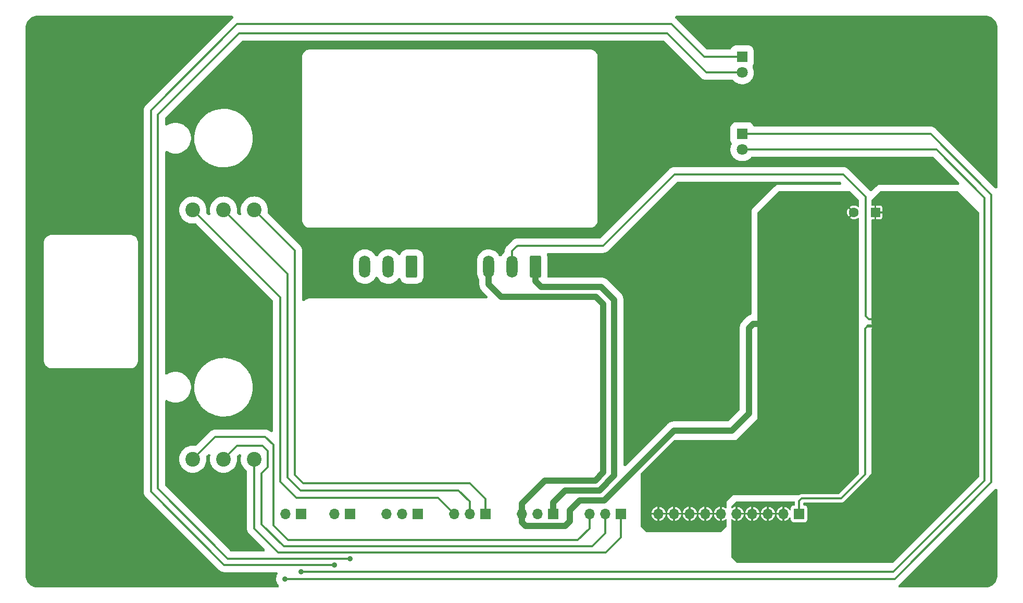
<source format=gbl>
%TF.GenerationSoftware,KiCad,Pcbnew,6.0.2-378541a8eb~116~ubuntu20.04.1*%
%TF.CreationDate,2022-03-08T15:37:06-05:00*%
%TF.ProjectId,Linear_Lab_Bench_PSU_front_panel,4c696e65-6172-45f4-9c61-625f42656e63,rev?*%
%TF.SameCoordinates,Original*%
%TF.FileFunction,Copper,L2,Bot*%
%TF.FilePolarity,Positive*%
%FSLAX46Y46*%
G04 Gerber Fmt 4.6, Leading zero omitted, Abs format (unit mm)*
G04 Created by KiCad (PCBNEW 6.0.2-378541a8eb~116~ubuntu20.04.1) date 2022-03-08 15:37:06*
%MOMM*%
%LPD*%
G01*
G04 APERTURE LIST*
G04 Aperture macros list*
%AMRoundRect*
0 Rectangle with rounded corners*
0 $1 Rounding radius*
0 $2 $3 $4 $5 $6 $7 $8 $9 X,Y pos of 4 corners*
0 Add a 4 corners polygon primitive as box body*
4,1,4,$2,$3,$4,$5,$6,$7,$8,$9,$2,$3,0*
0 Add four circle primitives for the rounded corners*
1,1,$1+$1,$2,$3*
1,1,$1+$1,$4,$5*
1,1,$1+$1,$6,$7*
1,1,$1+$1,$8,$9*
0 Add four rect primitives between the rounded corners*
20,1,$1+$1,$2,$3,$4,$5,0*
20,1,$1+$1,$4,$5,$6,$7,0*
20,1,$1+$1,$6,$7,$8,$9,0*
20,1,$1+$1,$8,$9,$2,$3,0*%
G04 Aperture macros list end*
%TA.AperFunction,ComponentPad*%
%ADD10R,1.800000X1.800000*%
%TD*%
%TA.AperFunction,ComponentPad*%
%ADD11C,1.800000*%
%TD*%
%TA.AperFunction,ComponentPad*%
%ADD12C,7.400000*%
%TD*%
%TA.AperFunction,ComponentPad*%
%ADD13R,1.700000X1.700000*%
%TD*%
%TA.AperFunction,ComponentPad*%
%ADD14O,1.700000X1.700000*%
%TD*%
%TA.AperFunction,ComponentPad*%
%ADD15RoundRect,0.250000X0.650000X1.550000X-0.650000X1.550000X-0.650000X-1.550000X0.650000X-1.550000X0*%
%TD*%
%TA.AperFunction,ComponentPad*%
%ADD16O,1.800000X3.600000*%
%TD*%
%TA.AperFunction,ComponentPad*%
%ADD17C,0.900000*%
%TD*%
%TA.AperFunction,ComponentPad*%
%ADD18C,10.600000*%
%TD*%
%TA.AperFunction,ComponentPad*%
%ADD19C,2.400000*%
%TD*%
%TA.AperFunction,SMDPad,CuDef*%
%ADD20C,0.500000*%
%TD*%
%TA.AperFunction,ComponentPad*%
%ADD21R,1.600000X1.600000*%
%TD*%
%TA.AperFunction,ComponentPad*%
%ADD22C,1.600000*%
%TD*%
%TA.AperFunction,ViaPad*%
%ADD23C,0.900000*%
%TD*%
%TA.AperFunction,Conductor*%
%ADD24C,0.350000*%
%TD*%
%TA.AperFunction,Conductor*%
%ADD25C,1.000000*%
%TD*%
G04 APERTURE END LIST*
%TO.C,NT1*%
G36*
X193900000Y-96750000D02*
G01*
X192900000Y-96750000D01*
X192900000Y-96250000D01*
X193900000Y-96250000D01*
X193900000Y-96750000D01*
G37*
%TD*%
D10*
%TO.P,D1,1,K*%
%TO.N,Net-(D1-Pad1)*%
X172500000Y-52725000D03*
D11*
%TO.P,D1,2,A*%
%TO.N,Net-(D1-Pad2)*%
X172500000Y-55265000D03*
%TD*%
D10*
%TO.P,D2,1,K*%
%TO.N,Net-(D2-Pad1)*%
X172500000Y-65225000D03*
D11*
%TO.P,D2,2,A*%
%TO.N,Net-(D2-Pad2)*%
X172500000Y-67765000D03*
%TD*%
D12*
%TO.P,H4,1,1*%
%TO.N,Earth*%
X210000000Y-135000000D03*
%TD*%
D13*
%TO.P,J6,1,Pin_1*%
%TO.N,Net-(D1-Pad2)*%
X108762678Y-127000000D03*
D14*
%TO.P,J6,2,Pin_2*%
%TO.N,Net-(D1-Pad1)*%
X106222678Y-127000000D03*
%TD*%
D15*
%TO.P,J8,1,Pin_1*%
%TO.N,Net-(J5-Pad1)*%
X118792500Y-86800000D03*
D16*
%TO.P,J8,2,Pin_2*%
%TO.N,Net-(J5-Pad2)*%
X114982500Y-86800000D03*
%TO.P,J8,3,Pin_3*%
%TO.N,Net-(J5-Pad3)*%
X111172500Y-86800000D03*
%TD*%
D13*
%TO.P,J7,1,Pin_1*%
%TO.N,Net-(D2-Pad2)*%
X100762678Y-127000000D03*
D14*
%TO.P,J7,2,Pin_2*%
%TO.N,Net-(D2-Pad1)*%
X98222678Y-127000000D03*
%TD*%
D15*
%TO.P,J9,1,Pin_1*%
%TO.N,+15V*%
X138910000Y-86807500D03*
D16*
%TO.P,J9,2,Pin_2*%
%TO.N,/VOUT*%
X135100000Y-86807500D03*
%TO.P,J9,3,Pin_3*%
%TO.N,GND*%
X131290000Y-86807500D03*
%TD*%
D17*
%TO.P,J12,1,Pin_1*%
%TO.N,GND*%
X185310749Y-84689251D03*
X185310749Y-90310749D03*
X178525000Y-87500000D03*
X186475000Y-87500000D03*
X182500000Y-83525000D03*
X182500000Y-91475000D03*
X179689251Y-90310749D03*
D18*
X182500000Y-87500000D03*
D17*
X179689251Y-84689251D03*
%TD*%
D13*
%TO.P,J1,1,Pin_1*%
%TO.N,Net-(J1-Pad1)*%
X181762678Y-127000000D03*
D14*
%TO.P,J1,2,Pin_2*%
%TO.N,/VOUT*%
X179222678Y-127000000D03*
%TO.P,J1,3,Pin_3*%
X176682678Y-127000000D03*
%TO.P,J1,4,Pin_4*%
X174142678Y-127000000D03*
%TO.P,J1,5,Pin_5*%
X171602678Y-127000000D03*
%TO.P,J1,6,Pin_6*%
%TO.N,GND*%
X169062678Y-127000000D03*
%TO.P,J1,7,Pin_7*%
X166522678Y-127000000D03*
%TO.P,J1,8,Pin_8*%
X163982678Y-127000000D03*
%TO.P,J1,9,Pin_9*%
X161442678Y-127000000D03*
%TO.P,J1,10,Pin_10*%
X158902678Y-127000000D03*
%TD*%
D13*
%TO.P,J2,1,Pin_1*%
%TO.N,Net-(J2-Pad1)*%
X152762678Y-127000000D03*
D14*
%TO.P,J2,2,Pin_2*%
%TO.N,Net-(J2-Pad2)*%
X150222678Y-127000000D03*
%TO.P,J2,3,Pin_3*%
%TO.N,Net-(J2-Pad3)*%
X147682678Y-127000000D03*
%TD*%
D13*
%TO.P,J3,1,Pin_1*%
%TO.N,+15V*%
X141762678Y-127000000D03*
D14*
%TO.P,J3,2,Pin_2*%
%TO.N,unconnected-(J3-Pad2)*%
X139222678Y-127000000D03*
%TO.P,J3,3,Pin_3*%
%TO.N,GND*%
X136682678Y-127000000D03*
%TD*%
D19*
%TO.P,RV2,1,1*%
%TO.N,Net-(J4-Pad3)*%
X83200000Y-77622915D03*
%TO.P,RV2,2,2*%
%TO.N,Net-(J4-Pad2)*%
X88200000Y-77622915D03*
%TO.P,RV2,3,3*%
%TO.N,Net-(J4-Pad1)*%
X93200000Y-77622915D03*
%TD*%
D12*
%TO.P,H2,1,1*%
%TO.N,Earth*%
X210000000Y-50000000D03*
%TD*%
D17*
%TO.P,J14,1,Pin_1*%
%TO.N,Earth*%
X166310749Y-84689251D03*
X160689251Y-90310749D03*
X160689251Y-84689251D03*
D18*
X163500000Y-87500000D03*
D17*
X159525000Y-87500000D03*
X167475000Y-87500000D03*
X163500000Y-83525000D03*
X166310749Y-90310749D03*
X163500000Y-91475000D03*
%TD*%
D19*
%TO.P,RV1,1,1*%
%TO.N,Net-(J2-Pad3)*%
X83200000Y-118122915D03*
%TO.P,RV1,2,2*%
%TO.N,Net-(J2-Pad2)*%
X88200000Y-118122915D03*
%TO.P,RV1,3,3*%
%TO.N,Net-(J2-Pad1)*%
X93200000Y-118122915D03*
%TD*%
D12*
%TO.P,H1,1,1*%
%TO.N,Earth*%
X60000000Y-50000000D03*
%TD*%
%TO.P,H5,1,1*%
%TO.N,Earth*%
X60000000Y-135000000D03*
%TD*%
D17*
%TO.P,J13,1,Pin_1*%
%TO.N,GND*%
X182500000Y-102525000D03*
X178525000Y-106500000D03*
X185310749Y-103689251D03*
X185310749Y-109310749D03*
X182500000Y-110475000D03*
X186475000Y-106500000D03*
X179689251Y-109310749D03*
X179689251Y-103689251D03*
D18*
X182500000Y-106500000D03*
%TD*%
D17*
%TO.P,J10,1,Pin_1*%
%TO.N,/VOUT*%
X201500000Y-102525000D03*
X204310749Y-109310749D03*
D18*
X201500000Y-106500000D03*
D17*
X198689251Y-103689251D03*
X205475000Y-106500000D03*
X204310749Y-103689251D03*
X197525000Y-106500000D03*
X198689251Y-109310749D03*
X201500000Y-110475000D03*
%TD*%
%TO.P,J11,1,Pin_1*%
%TO.N,/VOUT*%
X198689251Y-90310749D03*
X197525000Y-87500000D03*
D18*
X201500000Y-87500000D03*
D17*
X198689251Y-84689251D03*
X201500000Y-91475000D03*
X204310749Y-84689251D03*
X205475000Y-87500000D03*
X201500000Y-83525000D03*
X204310749Y-90310749D03*
%TD*%
D20*
%TO.P,NT1,1,1*%
%TO.N,Net-(J1-Pad1)*%
X192900000Y-96500000D03*
%TO.P,NT1,2,2*%
%TO.N,/VOUT*%
X193900000Y-96500000D03*
%TD*%
D13*
%TO.P,J5,1,Pin_1*%
%TO.N,Net-(J5-Pad1)*%
X119762678Y-127000000D03*
D14*
%TO.P,J5,2,Pin_2*%
%TO.N,Net-(J5-Pad2)*%
X117222678Y-127000000D03*
%TO.P,J5,3,Pin_3*%
%TO.N,Net-(J5-Pad3)*%
X114682678Y-127000000D03*
%TD*%
D13*
%TO.P,J4,1,Pin_1*%
%TO.N,Net-(J4-Pad1)*%
X130762678Y-127000000D03*
D14*
%TO.P,J4,2,Pin_2*%
%TO.N,Net-(J4-Pad2)*%
X128222678Y-127000000D03*
%TO.P,J4,3,Pin_3*%
%TO.N,Net-(J4-Pad3)*%
X125682678Y-127000000D03*
%TD*%
D21*
%TO.P,C1,1*%
%TO.N,/VOUT*%
X194152651Y-78000000D03*
D22*
%TO.P,C1,2*%
%TO.N,GND*%
X190652651Y-78000000D03*
%TD*%
D23*
%TO.N,/VOUT*%
X194100000Y-96500000D03*
%TO.N,Net-(D1-Pad1)*%
X106200000Y-135300000D03*
%TO.N,Net-(D1-Pad2)*%
X108800000Y-134300000D03*
%TO.N,Net-(D2-Pad1)*%
X98200000Y-137600000D03*
%TO.N,Net-(D2-Pad2)*%
X100800000Y-136400000D03*
%TD*%
D24*
%TO.N,/VOUT*%
X192600000Y-94900000D02*
X193100000Y-95400000D01*
X136000000Y-83400000D02*
X141600000Y-83400000D01*
X192300000Y-75200000D02*
X192600000Y-75500000D01*
X135800000Y-83600000D02*
X136000000Y-83400000D01*
X135100000Y-84300000D02*
X135800000Y-83600000D01*
X149900000Y-83400000D02*
X156600000Y-76700000D01*
X188900000Y-71800000D02*
X192300000Y-75200000D01*
X193100000Y-95400000D02*
X193800000Y-95400000D01*
X161500000Y-71800000D02*
X187800000Y-71800000D01*
X135100000Y-86807500D02*
X135100000Y-84300000D01*
X192600000Y-75500000D02*
X192600000Y-79300000D01*
X187800000Y-71800000D02*
X188900000Y-71800000D01*
X192600000Y-79300000D02*
X192600000Y-94900000D01*
X156600000Y-76700000D02*
X161500000Y-71800000D01*
X141600000Y-83400000D02*
X149900000Y-83400000D01*
D25*
%TO.N,GND*%
X131290000Y-89690000D02*
X131290000Y-86807500D01*
X174300000Y-96100000D02*
X175800000Y-96100000D01*
X150100000Y-124800000D02*
X161400000Y-113500000D01*
X137300000Y-129000000D02*
X143700000Y-129000000D01*
X144500000Y-128200000D02*
X144500000Y-126400000D01*
X136682678Y-128382678D02*
X137300000Y-129000000D01*
X146100000Y-124800000D02*
X150100000Y-124800000D01*
X136682678Y-127000000D02*
X136682678Y-125317322D01*
X133300000Y-91700000D02*
X131290000Y-89690000D01*
X170800000Y-113500000D02*
X173600000Y-110700000D01*
X143700000Y-129000000D02*
X144500000Y-128200000D01*
X173600000Y-96800000D02*
X174300000Y-96100000D01*
X140400000Y-121600000D02*
X148600000Y-121600000D01*
X136682678Y-125317322D02*
X140400000Y-121600000D01*
X173600000Y-110700000D02*
X173600000Y-96800000D01*
X148700000Y-91700000D02*
X133300000Y-91700000D01*
X161400000Y-113500000D02*
X170800000Y-113500000D01*
X148600000Y-121600000D02*
X149900000Y-120300000D01*
X149900000Y-120300000D02*
X149900000Y-92900000D01*
X149900000Y-92900000D02*
X148700000Y-91700000D01*
X144500000Y-126400000D02*
X146100000Y-124800000D01*
X136682678Y-127000000D02*
X136682678Y-128382678D01*
D24*
%TO.N,Net-(D1-Pad1)*%
X106200000Y-135300000D02*
X88300000Y-135300000D01*
X90400000Y-47400000D02*
X161000000Y-47400000D01*
X161000000Y-47400000D02*
X166325000Y-52725000D01*
X166325000Y-52725000D02*
X172500000Y-52725000D01*
X76400000Y-61400000D02*
X90400000Y-47400000D01*
X88300000Y-135300000D02*
X76400000Y-123400000D01*
X76400000Y-123400000D02*
X76400000Y-61400000D01*
%TO.N,Net-(D1-Pad2)*%
X166665000Y-55265000D02*
X172500000Y-55265000D01*
X90700000Y-48900000D02*
X160300000Y-48900000D01*
X88900000Y-134300000D02*
X77500000Y-122900000D01*
X77500000Y-122900000D02*
X77500000Y-62100000D01*
X160300000Y-48900000D02*
X166665000Y-55265000D01*
X108800000Y-134300000D02*
X88900000Y-134300000D01*
X77500000Y-62100000D02*
X90700000Y-48900000D01*
%TO.N,Net-(D2-Pad1)*%
X98200000Y-137600000D02*
X197300000Y-137600000D01*
X213000000Y-75100000D02*
X203125000Y-65225000D01*
X203125000Y-65225000D02*
X172500000Y-65225000D01*
X213000000Y-121900000D02*
X213000000Y-75100000D01*
X197300000Y-137600000D02*
X213000000Y-121900000D01*
%TO.N,Net-(D2-Pad2)*%
X100800000Y-136400000D02*
X197100000Y-136400000D01*
X211900000Y-121600000D02*
X211900000Y-75600000D01*
X211900000Y-75600000D02*
X204065000Y-67765000D01*
X204065000Y-67765000D02*
X172500000Y-67765000D01*
X197100000Y-136400000D02*
X211900000Y-121600000D01*
%TO.N,Net-(J1-Pad1)*%
X181762678Y-124937322D02*
X182200000Y-124500000D01*
X182200000Y-124500000D02*
X188600000Y-124500000D01*
X192500000Y-120600000D02*
X192500000Y-96900000D01*
X192500000Y-96900000D02*
X192900000Y-96500000D01*
X188600000Y-124500000D02*
X192500000Y-120600000D01*
X181762678Y-127000000D02*
X181762678Y-124937322D01*
%TO.N,Net-(J2-Pad1)*%
X152762678Y-130837322D02*
X152762678Y-127000000D01*
X150300000Y-133300000D02*
X152762678Y-130837322D01*
X97100000Y-133300000D02*
X150300000Y-133300000D01*
X93200000Y-118122915D02*
X93200000Y-129400000D01*
X93200000Y-129400000D02*
X97100000Y-133300000D01*
%TO.N,Net-(J2-Pad2)*%
X94400000Y-120400000D02*
X94400000Y-128700000D01*
X148100000Y-132300000D02*
X150222678Y-130177322D01*
X88200000Y-118122915D02*
X90422915Y-115900000D01*
X150222678Y-130177322D02*
X150222678Y-127000000D01*
X98000000Y-132300000D02*
X148100000Y-132300000D01*
X95400000Y-116800000D02*
X95400000Y-119400000D01*
X90422915Y-115900000D02*
X94500000Y-115900000D01*
X94400000Y-128700000D02*
X98000000Y-132300000D01*
X94500000Y-115900000D02*
X95400000Y-116800000D01*
X95400000Y-119400000D02*
X94400000Y-120400000D01*
%TO.N,Net-(J2-Pad3)*%
X147682678Y-129417322D02*
X145800000Y-131300000D01*
X145800000Y-131300000D02*
X98700000Y-131300000D01*
X95000000Y-114500000D02*
X86822915Y-114500000D01*
X86822915Y-114500000D02*
X83200000Y-118122915D01*
X98700000Y-131300000D02*
X96300000Y-128900000D01*
X147682678Y-127000000D02*
X147682678Y-129417322D01*
X96300000Y-128900000D02*
X96300000Y-115800000D01*
X96300000Y-115800000D02*
X95000000Y-114500000D01*
D25*
%TO.N,+15V*%
X151700000Y-120800000D02*
X149300000Y-123200000D01*
X143700000Y-123200000D02*
X141762678Y-125137322D01*
X138910000Y-86807500D02*
X138910000Y-89210000D01*
X149300000Y-123200000D02*
X143700000Y-123200000D01*
X151700000Y-92200000D02*
X151700000Y-120800000D01*
X141762678Y-125137322D02*
X141762678Y-127000000D01*
X139800000Y-90100000D02*
X149600000Y-90100000D01*
X149600000Y-90100000D02*
X151700000Y-92200000D01*
X138910000Y-89210000D02*
X139800000Y-90100000D01*
D24*
%TO.N,Net-(J4-Pad1)*%
X93222915Y-77622915D02*
X99800000Y-84200000D01*
X128200000Y-122000000D02*
X130762678Y-124562678D01*
X130762678Y-124562678D02*
X130762678Y-127000000D01*
X99800000Y-120700000D02*
X101100000Y-122000000D01*
X101100000Y-122000000D02*
X128200000Y-122000000D01*
X93200000Y-77622915D02*
X93222915Y-77622915D01*
X99800000Y-84200000D02*
X99800000Y-120700000D01*
%TO.N,Net-(J4-Pad2)*%
X126400000Y-123200000D02*
X128222678Y-125022678D01*
X98600000Y-88000000D02*
X98600000Y-121100000D01*
X98600000Y-121100000D02*
X100700000Y-123200000D01*
X128222678Y-125022678D02*
X128222678Y-127000000D01*
X88200000Y-77622915D02*
X88222915Y-77622915D01*
X100700000Y-123200000D02*
X126400000Y-123200000D01*
X88222915Y-77622915D02*
X98600000Y-88000000D01*
%TO.N,Net-(J4-Pad3)*%
X97400000Y-91800000D02*
X97400000Y-121800000D01*
X83200000Y-77622915D02*
X83222915Y-77622915D01*
X83222915Y-77622915D02*
X97400000Y-91800000D01*
X123082678Y-124400000D02*
X125682678Y-127000000D01*
X100000000Y-124400000D02*
X123082678Y-124400000D01*
X97400000Y-121800000D02*
X100000000Y-124400000D01*
%TD*%
%TA.AperFunction,Conductor*%
%TO.N,/VOUT*%
G36*
X207515677Y-74519685D02*
G01*
X207536319Y-74536319D01*
X210963681Y-77963681D01*
X210997166Y-78025004D01*
X211000000Y-78051362D01*
X211000000Y-120948638D01*
X210980315Y-121015677D01*
X210963681Y-121036319D01*
X197036319Y-134963681D01*
X196974996Y-134997166D01*
X196948638Y-135000000D01*
X171751362Y-135000000D01*
X171684323Y-134980315D01*
X171663681Y-134963681D01*
X170736319Y-134036319D01*
X170702834Y-133974996D01*
X170700000Y-133948638D01*
X170700000Y-128012029D01*
X170719685Y-127944990D01*
X170772489Y-127899235D01*
X170841647Y-127889291D01*
X170892891Y-127908927D01*
X171046864Y-128011809D01*
X171056822Y-128017216D01*
X171240563Y-128096157D01*
X171251327Y-128099655D01*
X171441554Y-128142698D01*
X171450021Y-128140565D01*
X171450381Y-128140180D01*
X171452678Y-128130526D01*
X171452678Y-128122529D01*
X171752678Y-128122529D01*
X171756581Y-128135823D01*
X171770358Y-128137795D01*
X171866664Y-128123832D01*
X171877677Y-128121187D01*
X172067039Y-128056908D01*
X172077391Y-128052299D01*
X172251873Y-127954585D01*
X172261213Y-127948165D01*
X172414962Y-127820294D01*
X172422972Y-127812284D01*
X172550843Y-127658535D01*
X172557263Y-127649195D01*
X172654977Y-127474713D01*
X172659586Y-127464361D01*
X172723865Y-127274999D01*
X172726510Y-127263986D01*
X172740479Y-127167644D01*
X172740152Y-127165352D01*
X173000966Y-127165352D01*
X173001599Y-127175005D01*
X173003368Y-127186173D01*
X173052599Y-127380022D01*
X173056372Y-127390677D01*
X173140104Y-127572305D01*
X173145760Y-127582101D01*
X173261186Y-127745426D01*
X173268537Y-127754032D01*
X173411785Y-127893579D01*
X173420586Y-127900706D01*
X173586864Y-128011809D01*
X173596822Y-128017216D01*
X173780563Y-128096157D01*
X173791327Y-128099655D01*
X173981554Y-128142698D01*
X173990021Y-128140565D01*
X173990381Y-128140180D01*
X173992678Y-128130526D01*
X173992678Y-128122529D01*
X174292678Y-128122529D01*
X174296581Y-128135823D01*
X174310358Y-128137795D01*
X174406664Y-128123832D01*
X174417677Y-128121187D01*
X174607039Y-128056908D01*
X174617391Y-128052299D01*
X174791873Y-127954585D01*
X174801213Y-127948165D01*
X174954962Y-127820294D01*
X174962972Y-127812284D01*
X175090843Y-127658535D01*
X175097263Y-127649195D01*
X175194977Y-127474713D01*
X175199586Y-127464361D01*
X175263865Y-127274999D01*
X175266510Y-127263986D01*
X175280479Y-127167644D01*
X175280152Y-127165352D01*
X175540966Y-127165352D01*
X175541599Y-127175005D01*
X175543368Y-127186173D01*
X175592599Y-127380022D01*
X175596372Y-127390677D01*
X175680104Y-127572305D01*
X175685760Y-127582101D01*
X175801186Y-127745426D01*
X175808537Y-127754032D01*
X175951785Y-127893579D01*
X175960586Y-127900706D01*
X176126864Y-128011809D01*
X176136822Y-128017216D01*
X176320563Y-128096157D01*
X176331327Y-128099655D01*
X176521554Y-128142698D01*
X176530021Y-128140565D01*
X176530381Y-128140180D01*
X176532678Y-128130526D01*
X176532678Y-128122529D01*
X176832678Y-128122529D01*
X176836581Y-128135823D01*
X176850358Y-128137795D01*
X176946664Y-128123832D01*
X176957677Y-128121187D01*
X177147039Y-128056908D01*
X177157391Y-128052299D01*
X177331873Y-127954585D01*
X177341213Y-127948165D01*
X177494962Y-127820294D01*
X177502972Y-127812284D01*
X177630843Y-127658535D01*
X177637263Y-127649195D01*
X177734977Y-127474713D01*
X177739586Y-127464361D01*
X177803865Y-127274999D01*
X177806510Y-127263986D01*
X177820479Y-127167644D01*
X177820152Y-127165352D01*
X178080966Y-127165352D01*
X178081599Y-127175005D01*
X178083368Y-127186173D01*
X178132599Y-127380022D01*
X178136372Y-127390677D01*
X178220104Y-127572305D01*
X178225760Y-127582101D01*
X178341186Y-127745426D01*
X178348537Y-127754032D01*
X178491785Y-127893579D01*
X178500586Y-127900706D01*
X178666864Y-128011809D01*
X178676822Y-128017216D01*
X178860563Y-128096157D01*
X178871327Y-128099655D01*
X179061554Y-128142698D01*
X179070021Y-128140565D01*
X179070381Y-128140180D01*
X179072678Y-128130526D01*
X179072678Y-127167830D01*
X179068274Y-127152831D01*
X179066904Y-127151644D01*
X179059346Y-127150000D01*
X178097790Y-127150000D01*
X178082986Y-127154347D01*
X178080966Y-127165352D01*
X177820152Y-127165352D01*
X177818524Y-127153930D01*
X177805170Y-127150000D01*
X176850508Y-127150000D01*
X176835509Y-127154404D01*
X176834322Y-127155774D01*
X176832678Y-127163332D01*
X176832678Y-128122529D01*
X176532678Y-128122529D01*
X176532678Y-127167830D01*
X176528274Y-127152831D01*
X176526904Y-127151644D01*
X176519346Y-127150000D01*
X175557790Y-127150000D01*
X175542986Y-127154347D01*
X175540966Y-127165352D01*
X175280152Y-127165352D01*
X175278524Y-127153930D01*
X175265170Y-127150000D01*
X174310508Y-127150000D01*
X174295509Y-127154404D01*
X174294322Y-127155774D01*
X174292678Y-127163332D01*
X174292678Y-128122529D01*
X173992678Y-128122529D01*
X173992678Y-127167830D01*
X173988274Y-127152831D01*
X173986904Y-127151644D01*
X173979346Y-127150000D01*
X173017790Y-127150000D01*
X173002986Y-127154347D01*
X173000966Y-127165352D01*
X172740152Y-127165352D01*
X172738524Y-127153930D01*
X172725170Y-127150000D01*
X171770508Y-127150000D01*
X171755509Y-127154404D01*
X171754322Y-127155774D01*
X171752678Y-127163332D01*
X171752678Y-128122529D01*
X171452678Y-128122529D01*
X171452678Y-126832170D01*
X171752678Y-126832170D01*
X171757082Y-126847169D01*
X171758452Y-126848356D01*
X171766010Y-126850000D01*
X172725992Y-126850000D01*
X172740309Y-126845796D01*
X172742339Y-126833856D01*
X172742195Y-126832293D01*
X173004418Y-126832293D01*
X173006822Y-126846488D01*
X173019360Y-126850000D01*
X173974848Y-126850000D01*
X173989847Y-126845596D01*
X173991034Y-126844226D01*
X173992678Y-126836668D01*
X173992678Y-126832170D01*
X174292678Y-126832170D01*
X174297082Y-126847169D01*
X174298452Y-126848356D01*
X174306010Y-126850000D01*
X175265992Y-126850000D01*
X175280309Y-126845796D01*
X175282339Y-126833856D01*
X175282195Y-126832293D01*
X175544418Y-126832293D01*
X175546822Y-126846488D01*
X175559360Y-126850000D01*
X176514848Y-126850000D01*
X176529847Y-126845596D01*
X176531034Y-126844226D01*
X176532678Y-126836668D01*
X176532678Y-126832170D01*
X176832678Y-126832170D01*
X176837082Y-126847169D01*
X176838452Y-126848356D01*
X176846010Y-126850000D01*
X177805992Y-126850000D01*
X177820309Y-126845796D01*
X177822339Y-126833856D01*
X177822195Y-126832293D01*
X178084418Y-126832293D01*
X178086822Y-126846488D01*
X178099360Y-126850000D01*
X179054848Y-126850000D01*
X179069847Y-126845596D01*
X179071034Y-126844226D01*
X179072678Y-126836668D01*
X179072678Y-125876667D01*
X179068932Y-125863909D01*
X179054252Y-125862003D01*
X178929362Y-125883464D01*
X178918431Y-125886393D01*
X178730796Y-125955615D01*
X178720589Y-125960483D01*
X178548713Y-126062738D01*
X178539555Y-126069392D01*
X178389196Y-126201254D01*
X178381406Y-126209463D01*
X178257594Y-126366518D01*
X178251429Y-126376011D01*
X178158311Y-126553000D01*
X178153978Y-126563461D01*
X178094676Y-126754444D01*
X178092320Y-126765526D01*
X178084418Y-126832293D01*
X177822195Y-126832293D01*
X177818786Y-126795191D01*
X177816722Y-126784058D01*
X177762438Y-126591583D01*
X177758381Y-126581013D01*
X177669930Y-126401652D01*
X177664011Y-126391994D01*
X177544360Y-126231762D01*
X177536779Y-126223342D01*
X177389928Y-126087595D01*
X177380943Y-126080700D01*
X177211813Y-125973987D01*
X177201722Y-125968846D01*
X177015983Y-125894743D01*
X177005111Y-125891522D01*
X176850166Y-125860703D01*
X176837494Y-125861836D01*
X176832678Y-125876749D01*
X176832678Y-126832170D01*
X176532678Y-126832170D01*
X176532678Y-125876667D01*
X176528932Y-125863909D01*
X176514252Y-125862003D01*
X176389362Y-125883464D01*
X176378431Y-125886393D01*
X176190796Y-125955615D01*
X176180589Y-125960483D01*
X176008713Y-126062738D01*
X175999555Y-126069392D01*
X175849196Y-126201254D01*
X175841406Y-126209463D01*
X175717594Y-126366518D01*
X175711429Y-126376011D01*
X175618311Y-126553000D01*
X175613978Y-126563461D01*
X175554676Y-126754444D01*
X175552320Y-126765526D01*
X175544418Y-126832293D01*
X175282195Y-126832293D01*
X175278786Y-126795191D01*
X175276722Y-126784058D01*
X175222438Y-126591583D01*
X175218381Y-126581013D01*
X175129930Y-126401652D01*
X175124011Y-126391994D01*
X175004360Y-126231762D01*
X174996779Y-126223342D01*
X174849928Y-126087595D01*
X174840943Y-126080700D01*
X174671813Y-125973987D01*
X174661722Y-125968846D01*
X174475983Y-125894743D01*
X174465111Y-125891522D01*
X174310166Y-125860703D01*
X174297494Y-125861836D01*
X174292678Y-125876749D01*
X174292678Y-126832170D01*
X173992678Y-126832170D01*
X173992678Y-125876667D01*
X173988932Y-125863909D01*
X173974252Y-125862003D01*
X173849362Y-125883464D01*
X173838431Y-125886393D01*
X173650796Y-125955615D01*
X173640589Y-125960483D01*
X173468713Y-126062738D01*
X173459555Y-126069392D01*
X173309196Y-126201254D01*
X173301406Y-126209463D01*
X173177594Y-126366518D01*
X173171429Y-126376011D01*
X173078311Y-126553000D01*
X173073978Y-126563461D01*
X173014676Y-126754444D01*
X173012320Y-126765526D01*
X173004418Y-126832293D01*
X172742195Y-126832293D01*
X172738786Y-126795191D01*
X172736722Y-126784058D01*
X172682438Y-126591583D01*
X172678381Y-126581013D01*
X172589930Y-126401652D01*
X172584011Y-126391994D01*
X172464360Y-126231762D01*
X172456779Y-126223342D01*
X172309928Y-126087595D01*
X172300943Y-126080700D01*
X172131813Y-125973987D01*
X172121722Y-125968846D01*
X171935983Y-125894743D01*
X171925111Y-125891522D01*
X171770166Y-125860703D01*
X171757494Y-125861836D01*
X171752678Y-125876749D01*
X171752678Y-126832170D01*
X171452678Y-126832170D01*
X171452678Y-125876667D01*
X171448932Y-125863909D01*
X171434252Y-125862003D01*
X171309362Y-125883464D01*
X171298431Y-125886393D01*
X171110796Y-125955615D01*
X171100589Y-125960483D01*
X170928713Y-126062738D01*
X170919555Y-126069392D01*
X170905759Y-126081491D01*
X170842377Y-126110894D01*
X170773161Y-126101362D01*
X170720085Y-126055922D01*
X170700000Y-125988263D01*
X170700000Y-125851362D01*
X170719685Y-125784323D01*
X170736319Y-125763681D01*
X171463681Y-125036319D01*
X171525004Y-125002834D01*
X171551362Y-125000000D01*
X180963178Y-125000000D01*
X181030217Y-125019685D01*
X181075972Y-125072489D01*
X181087178Y-125124000D01*
X181087178Y-125525501D01*
X181067493Y-125592540D01*
X181014689Y-125638295D01*
X180963178Y-125649501D01*
X180865302Y-125649501D01*
X180804098Y-125656149D01*
X180669854Y-125706474D01*
X180662789Y-125711769D01*
X180662787Y-125711770D01*
X180643671Y-125726097D01*
X180555132Y-125792454D01*
X180549837Y-125799519D01*
X180503008Y-125862003D01*
X180469152Y-125907176D01*
X180418827Y-126041420D01*
X180412178Y-126102623D01*
X180412178Y-126297462D01*
X180392493Y-126364501D01*
X180339689Y-126410256D01*
X180270531Y-126420200D01*
X180206975Y-126391175D01*
X180188823Y-126371654D01*
X180084360Y-126231762D01*
X180076779Y-126223342D01*
X179929928Y-126087595D01*
X179920943Y-126080700D01*
X179751813Y-125973987D01*
X179741722Y-125968846D01*
X179555983Y-125894743D01*
X179545111Y-125891522D01*
X179390166Y-125860703D01*
X179377494Y-125861836D01*
X179372678Y-125876749D01*
X179372678Y-128122529D01*
X179376581Y-128135823D01*
X179390358Y-128137795D01*
X179486664Y-128123832D01*
X179497677Y-128121187D01*
X179687039Y-128056908D01*
X179697391Y-128052299D01*
X179871873Y-127954585D01*
X179881213Y-127948165D01*
X180034962Y-127820294D01*
X180042972Y-127812284D01*
X180170843Y-127658535D01*
X180177266Y-127649191D01*
X180179989Y-127644329D01*
X180229921Y-127595455D01*
X180298349Y-127581335D01*
X180363548Y-127606451D01*
X180404818Y-127662830D01*
X180412179Y-127704916D01*
X180412179Y-127897376D01*
X180418827Y-127958580D01*
X180469152Y-128092824D01*
X180474447Y-128099889D01*
X180474448Y-128099891D01*
X180530017Y-128174035D01*
X180555132Y-128207546D01*
X180562197Y-128212841D01*
X180662787Y-128288230D01*
X180662789Y-128288231D01*
X180669854Y-128293526D01*
X180804098Y-128343851D01*
X180865301Y-128350500D01*
X181762544Y-128350500D01*
X182660054Y-128350499D01*
X182721258Y-128343851D01*
X182855502Y-128293526D01*
X182862567Y-128288231D01*
X182862569Y-128288230D01*
X182963159Y-128212841D01*
X182970224Y-128207546D01*
X182995339Y-128174035D01*
X183050908Y-128099891D01*
X183050909Y-128099889D01*
X183056204Y-128092824D01*
X183106529Y-127958580D01*
X183113178Y-127897377D01*
X183113177Y-126102624D01*
X183106529Y-126041420D01*
X183056204Y-125907176D01*
X183022349Y-125862003D01*
X182975519Y-125799519D01*
X182970224Y-125792454D01*
X182881685Y-125726097D01*
X182862569Y-125711770D01*
X182862567Y-125711769D01*
X182855502Y-125706474D01*
X182721258Y-125656149D01*
X182660055Y-125649500D01*
X182562178Y-125649500D01*
X182495139Y-125629815D01*
X182449384Y-125577011D01*
X182438178Y-125525500D01*
X182438178Y-125299500D01*
X182457863Y-125232461D01*
X182510667Y-125186706D01*
X182562178Y-125175500D01*
X188572303Y-125175500D01*
X188580737Y-125175787D01*
X188628158Y-125179020D01*
X188628160Y-125179020D01*
X188635613Y-125179528D01*
X188695532Y-125169071D01*
X188701941Y-125168125D01*
X188762313Y-125160819D01*
X188769311Y-125158175D01*
X188773881Y-125157052D01*
X188784817Y-125154060D01*
X188789306Y-125152705D01*
X188796675Y-125151419D01*
X188803520Y-125148414D01*
X188803524Y-125148413D01*
X188852354Y-125126978D01*
X188858363Y-125124525D01*
X188908263Y-125105669D01*
X188908262Y-125105669D01*
X188915255Y-125103027D01*
X188921419Y-125098790D01*
X188925595Y-125096607D01*
X188935489Y-125091101D01*
X188939542Y-125088704D01*
X188946383Y-125085701D01*
X188994626Y-125048683D01*
X188999877Y-125044868D01*
X189043837Y-125014655D01*
X189043839Y-125014653D01*
X189049997Y-125010421D01*
X189089441Y-124966150D01*
X189094343Y-124960958D01*
X192958055Y-121097246D01*
X192964221Y-121091485D01*
X193000049Y-121060230D01*
X193005681Y-121055317D01*
X193040655Y-121005555D01*
X193044518Y-121000354D01*
X193077428Y-120958381D01*
X193082042Y-120952497D01*
X193085120Y-120945680D01*
X193087552Y-120941664D01*
X193093174Y-120931809D01*
X193095395Y-120927668D01*
X193099693Y-120921552D01*
X193103820Y-120910967D01*
X193131668Y-120868332D01*
X193500000Y-120500000D01*
X193500000Y-96990624D01*
X193520718Y-96922003D01*
X193567894Y-96850998D01*
X193571731Y-96845223D01*
X193574191Y-96838747D01*
X193574193Y-96838743D01*
X193615205Y-96730776D01*
X193631521Y-96687823D01*
X193654955Y-96521088D01*
X193655249Y-96500000D01*
X193644677Y-96405748D01*
X193637254Y-96339564D01*
X193637253Y-96339560D01*
X193636481Y-96332676D01*
X193581108Y-96173668D01*
X193518842Y-96074021D01*
X193500000Y-96008311D01*
X193500000Y-79224000D01*
X193519685Y-79156961D01*
X193572489Y-79111206D01*
X193624000Y-79100000D01*
X193984821Y-79100000D01*
X193999820Y-79095596D01*
X194001007Y-79094226D01*
X194002651Y-79086668D01*
X194002651Y-79082170D01*
X194302651Y-79082170D01*
X194307055Y-79097169D01*
X194308425Y-79098356D01*
X194315983Y-79100000D01*
X194993558Y-79100000D01*
X195000870Y-79099566D01*
X195014138Y-79097988D01*
X195031884Y-79093111D01*
X195115054Y-79056168D01*
X195133603Y-79043420D01*
X195196383Y-78980530D01*
X195209104Y-78961951D01*
X195245891Y-78878739D01*
X195250742Y-78860950D01*
X195252235Y-78848139D01*
X195252651Y-78840983D01*
X195252651Y-78167830D01*
X195248247Y-78152831D01*
X195246877Y-78151644D01*
X195239319Y-78150000D01*
X194320481Y-78150000D01*
X194305482Y-78154404D01*
X194304295Y-78155774D01*
X194302651Y-78163332D01*
X194302651Y-79082170D01*
X194002651Y-79082170D01*
X194002651Y-77832170D01*
X194302651Y-77832170D01*
X194307055Y-77847169D01*
X194308425Y-77848356D01*
X194315983Y-77850000D01*
X195234821Y-77850000D01*
X195249820Y-77845596D01*
X195251007Y-77844226D01*
X195252651Y-77836668D01*
X195252651Y-77159093D01*
X195252217Y-77151781D01*
X195250639Y-77138513D01*
X195245762Y-77120767D01*
X195208819Y-77037597D01*
X195196071Y-77019048D01*
X195133181Y-76956268D01*
X195114602Y-76943547D01*
X195031390Y-76906760D01*
X195013601Y-76901909D01*
X195000790Y-76900416D01*
X194993634Y-76900000D01*
X194320481Y-76900000D01*
X194305482Y-76904404D01*
X194304295Y-76905774D01*
X194302651Y-76913332D01*
X194302651Y-77832170D01*
X194002651Y-77832170D01*
X194002651Y-76917830D01*
X193998247Y-76902831D01*
X193996877Y-76901644D01*
X193989319Y-76900000D01*
X193624000Y-76900000D01*
X193556961Y-76880315D01*
X193511206Y-76827511D01*
X193500000Y-76776000D01*
X193500000Y-76051362D01*
X193519685Y-75984323D01*
X193536319Y-75963681D01*
X194963681Y-74536319D01*
X195025004Y-74502834D01*
X195051362Y-74500000D01*
X207448638Y-74500000D01*
X207515677Y-74519685D01*
G37*
%TD.AperFunction*%
%TD*%
%TA.AperFunction,Conductor*%
%TO.N,Earth*%
G36*
X213846288Y-122933502D02*
G01*
X213927070Y-122987478D01*
X213981046Y-123068260D01*
X214000000Y-123163548D01*
X214000000Y-136929783D01*
X213998448Y-136957538D01*
X213997278Y-136967966D01*
X213995259Y-136985970D01*
X213996278Y-136998107D01*
X213996278Y-136998112D01*
X213996880Y-137005279D01*
X213997221Y-137042399D01*
X213983957Y-137244773D01*
X213979706Y-137277058D01*
X213935035Y-137501630D01*
X213926606Y-137533090D01*
X213853003Y-137749918D01*
X213840539Y-137780009D01*
X213824497Y-137812537D01*
X213739272Y-137985357D01*
X213722987Y-138013564D01*
X213595770Y-138203957D01*
X213575942Y-138229797D01*
X213424974Y-138401943D01*
X213401947Y-138424970D01*
X213230951Y-138574930D01*
X213229797Y-138575942D01*
X213203957Y-138595770D01*
X213013564Y-138722987D01*
X212985357Y-138739272D01*
X212780010Y-138840538D01*
X212749918Y-138853003D01*
X212533090Y-138926606D01*
X212501630Y-138935035D01*
X212277057Y-138979706D01*
X212244769Y-138983957D01*
X212136675Y-138991042D01*
X212057012Y-138996263D01*
X212037250Y-138996772D01*
X212026134Y-138996617D01*
X212014030Y-138995259D01*
X212001895Y-138996278D01*
X212001894Y-138996278D01*
X211967966Y-138999127D01*
X211947131Y-139000000D01*
X198141041Y-139000000D01*
X198045753Y-138981046D01*
X197964971Y-138927070D01*
X197910995Y-138846288D01*
X197892041Y-138751000D01*
X197910995Y-138655712D01*
X197964971Y-138574930D01*
X197986884Y-138555458D01*
X197987754Y-138554772D01*
X198013167Y-138534738D01*
X198018286Y-138530810D01*
X198089933Y-138477309D01*
X198145696Y-138416985D01*
X198152471Y-138409937D01*
X213574930Y-122987478D01*
X213655712Y-122933502D01*
X213751000Y-122914548D01*
X213846288Y-122933502D01*
G37*
%TD.AperFunction*%
%TA.AperFunction,Conductor*%
G36*
X89654247Y-46018954D02*
G01*
X89735029Y-46072930D01*
X89789005Y-46153712D01*
X89807959Y-46249000D01*
X89789005Y-46344288D01*
X89735029Y-46425070D01*
X89713116Y-46444542D01*
X89686833Y-46465262D01*
X89681714Y-46469190D01*
X89610067Y-46522691D01*
X89602319Y-46531073D01*
X89554305Y-46583014D01*
X89547529Y-46590063D01*
X75602668Y-60534924D01*
X75590775Y-60546062D01*
X75543669Y-60587373D01*
X75493426Y-60651106D01*
X75488343Y-60657554D01*
X75484240Y-60662621D01*
X75427089Y-60731337D01*
X75421505Y-60741309D01*
X75420601Y-60742624D01*
X75419623Y-60743951D01*
X75418708Y-60745321D01*
X75417865Y-60746716D01*
X75416985Y-60748072D01*
X75409919Y-60757034D01*
X75404604Y-60767135D01*
X75404604Y-60767136D01*
X75368302Y-60836135D01*
X75365196Y-60841855D01*
X75321527Y-60919833D01*
X75317858Y-60930642D01*
X75317206Y-60932107D01*
X75316496Y-60933570D01*
X75315828Y-60935127D01*
X75315259Y-60936638D01*
X75314644Y-60938123D01*
X75309327Y-60948228D01*
X75305942Y-60959131D01*
X75305940Y-60959135D01*
X75282815Y-61033610D01*
X75280800Y-61039811D01*
X75255754Y-61113592D01*
X75255752Y-61113601D01*
X75252083Y-61124409D01*
X75250445Y-61135708D01*
X75250067Y-61137282D01*
X75249633Y-61138859D01*
X75249270Y-61140465D01*
X75248982Y-61142077D01*
X75248648Y-61143650D01*
X75245262Y-61154553D01*
X75243921Y-61165886D01*
X75243920Y-61165889D01*
X75239779Y-61200877D01*
X75237137Y-61223207D01*
X75234759Y-61243296D01*
X75233910Y-61249747D01*
X75221082Y-61338216D01*
X75221530Y-61349623D01*
X75221530Y-61349627D01*
X75224308Y-61420320D01*
X75224500Y-61430096D01*
X75224500Y-123352079D01*
X75223967Y-123368365D01*
X75219868Y-123430903D01*
X75221210Y-123442240D01*
X75221210Y-123442244D01*
X75230373Y-123519659D01*
X75231054Y-123526143D01*
X75238185Y-123603753D01*
X75238187Y-123603765D01*
X75239232Y-123615136D01*
X75242334Y-123626134D01*
X75242624Y-123627700D01*
X75242873Y-123629342D01*
X75243189Y-123630930D01*
X75243581Y-123632517D01*
X75243919Y-123634105D01*
X75245261Y-123645447D01*
X75248648Y-123656354D01*
X75271761Y-123730792D01*
X75273612Y-123737039D01*
X75283683Y-123772745D01*
X75297875Y-123823066D01*
X75302921Y-123833298D01*
X75303505Y-123834820D01*
X75304040Y-123836363D01*
X75304649Y-123837889D01*
X75305321Y-123839372D01*
X75305943Y-123840875D01*
X75309327Y-123851771D01*
X75314639Y-123861867D01*
X75314640Y-123861870D01*
X75350953Y-123930890D01*
X75353912Y-123936698D01*
X75388377Y-124006586D01*
X75393428Y-124016828D01*
X75400259Y-124025977D01*
X75401109Y-124027363D01*
X75401912Y-124028775D01*
X75402790Y-124030167D01*
X75403724Y-124031507D01*
X75404604Y-124032862D01*
X75409920Y-124042966D01*
X75465279Y-124113189D01*
X75469190Y-124118286D01*
X75522691Y-124189933D01*
X75583014Y-124245695D01*
X75590063Y-124252471D01*
X87434924Y-136097332D01*
X87446062Y-136109225D01*
X87487373Y-136156331D01*
X87551106Y-136206574D01*
X87557554Y-136211657D01*
X87562621Y-136215760D01*
X87622552Y-136265605D01*
X87622555Y-136265607D01*
X87631337Y-136272911D01*
X87641309Y-136278495D01*
X87642624Y-136279399D01*
X87643951Y-136280377D01*
X87645321Y-136281292D01*
X87646716Y-136282135D01*
X87648072Y-136283016D01*
X87657034Y-136290081D01*
X87667132Y-136295394D01*
X87667140Y-136295399D01*
X87736139Y-136331701D01*
X87741866Y-136334810D01*
X87819832Y-136378473D01*
X87830654Y-136382147D01*
X87832113Y-136382796D01*
X87833595Y-136383515D01*
X87835113Y-136384167D01*
X87836630Y-136384738D01*
X87838123Y-136385357D01*
X87848228Y-136390673D01*
X87859126Y-136394057D01*
X87859131Y-136394059D01*
X87933570Y-136417172D01*
X87939762Y-136419183D01*
X88024409Y-136447917D01*
X88035703Y-136449554D01*
X88037284Y-136449934D01*
X88038858Y-136450367D01*
X88040461Y-136450730D01*
X88042077Y-136451018D01*
X88043650Y-136451352D01*
X88054553Y-136454738D01*
X88065886Y-136456079D01*
X88065889Y-136456080D01*
X88116386Y-136462056D01*
X88143309Y-136465243D01*
X88149747Y-136466090D01*
X88238216Y-136478918D01*
X88249623Y-136478470D01*
X88249627Y-136478470D01*
X88320320Y-136475692D01*
X88330096Y-136475500D01*
X96739872Y-136475500D01*
X96835160Y-136494454D01*
X96915942Y-136548430D01*
X96969918Y-136629212D01*
X96988872Y-136724500D01*
X96969918Y-136819788D01*
X96945572Y-136864814D01*
X96934475Y-136881082D01*
X96834051Y-137097428D01*
X96831324Y-137107263D01*
X96831322Y-137107267D01*
X96784235Y-137277058D01*
X96770309Y-137327272D01*
X96769223Y-137337437D01*
X96749965Y-137517638D01*
X96744963Y-137564440D01*
X96745552Y-137574647D01*
X96757394Y-137780010D01*
X96758694Y-137802562D01*
X96811131Y-138035245D01*
X96814974Y-138044709D01*
X96879638Y-138203957D01*
X96900867Y-138256239D01*
X96906204Y-138264949D01*
X96906207Y-138264954D01*
X96990155Y-138401943D01*
X97025493Y-138459609D01*
X97040825Y-138477309D01*
X97136682Y-138587970D01*
X97184744Y-138672404D01*
X97196837Y-138768804D01*
X97171118Y-138862493D01*
X97111504Y-138939208D01*
X97027070Y-138987270D01*
X96948474Y-139000000D01*
X58070217Y-139000000D01*
X58042462Y-138998448D01*
X58026138Y-138996617D01*
X58026137Y-138996617D01*
X58014030Y-138995259D01*
X58001893Y-138996278D01*
X58001888Y-138996278D01*
X57994721Y-138996880D01*
X57957601Y-138997221D01*
X57755227Y-138983957D01*
X57722942Y-138979706D01*
X57498370Y-138935035D01*
X57466910Y-138926606D01*
X57250082Y-138853003D01*
X57219990Y-138840538D01*
X57014643Y-138739272D01*
X56986436Y-138722987D01*
X56796043Y-138595770D01*
X56770203Y-138575942D01*
X56769049Y-138574930D01*
X56598053Y-138424970D01*
X56575026Y-138401943D01*
X56424058Y-138229797D01*
X56404230Y-138203957D01*
X56277013Y-138013564D01*
X56260728Y-137985357D01*
X56175503Y-137812537D01*
X56159461Y-137780009D01*
X56146997Y-137749918D01*
X56073394Y-137533090D01*
X56064965Y-137501630D01*
X56020294Y-137277057D01*
X56016043Y-137244769D01*
X56006981Y-137106515D01*
X56003737Y-137057012D01*
X56003228Y-137037250D01*
X56003383Y-137026134D01*
X56004741Y-137014030D01*
X56000873Y-136967966D01*
X56000000Y-136947131D01*
X56000000Y-102035970D01*
X58995259Y-102035970D01*
X58996278Y-102048109D01*
X58996252Y-102050000D01*
X58995980Y-102050000D01*
X59012035Y-102253994D01*
X59014317Y-102263501D01*
X59014318Y-102263505D01*
X59046436Y-102397287D01*
X59059803Y-102452964D01*
X59138110Y-102642013D01*
X59245026Y-102816484D01*
X59377919Y-102972081D01*
X59533516Y-103104974D01*
X59707987Y-103211890D01*
X59897036Y-103290197D01*
X60096006Y-103337965D01*
X60149157Y-103342148D01*
X60180521Y-103346640D01*
X60194932Y-103349651D01*
X60201592Y-103350000D01*
X60221079Y-103350000D01*
X60252274Y-103351962D01*
X60271943Y-103354447D01*
X60285971Y-103354643D01*
X60293045Y-103354742D01*
X60293048Y-103354742D01*
X60300000Y-103354839D01*
X60337236Y-103351188D01*
X60361534Y-103350000D01*
X72921072Y-103350000D01*
X72952280Y-103351963D01*
X72971943Y-103354447D01*
X72978881Y-103354544D01*
X72978882Y-103354544D01*
X72993052Y-103354742D01*
X72993053Y-103354742D01*
X73000000Y-103354839D01*
X73029329Y-103351963D01*
X73039956Y-103350921D01*
X73044720Y-103350500D01*
X73055507Y-103349651D01*
X73203994Y-103337965D01*
X73402964Y-103290197D01*
X73592013Y-103211890D01*
X73766484Y-103104974D01*
X73922081Y-102972081D01*
X74054974Y-102816484D01*
X74161890Y-102642013D01*
X74240197Y-102452964D01*
X74287965Y-102253994D01*
X74292148Y-102200843D01*
X74296640Y-102169479D01*
X74299651Y-102155068D01*
X74300000Y-102148408D01*
X74300000Y-102128921D01*
X74301962Y-102097726D01*
X74304447Y-102078057D01*
X74304839Y-102050000D01*
X74301188Y-102012764D01*
X74300000Y-101988466D01*
X74300000Y-83028928D01*
X74301963Y-82997720D01*
X74303577Y-82984941D01*
X74304447Y-82978057D01*
X74304839Y-82950000D01*
X74300921Y-82910044D01*
X74300500Y-82905280D01*
X74296275Y-82851592D01*
X74287965Y-82746006D01*
X74240197Y-82547036D01*
X74161890Y-82357987D01*
X74054974Y-82183516D01*
X73922081Y-82027919D01*
X73766484Y-81895026D01*
X73592013Y-81788110D01*
X73402964Y-81709803D01*
X73203994Y-81662035D01*
X73150843Y-81657852D01*
X73119479Y-81653360D01*
X73105068Y-81650349D01*
X73098408Y-81650000D01*
X73078921Y-81650000D01*
X73047726Y-81648038D01*
X73028057Y-81645553D01*
X73014028Y-81645357D01*
X73006955Y-81645258D01*
X73006952Y-81645258D01*
X73000000Y-81645161D01*
X72964452Y-81648647D01*
X72962764Y-81648812D01*
X72938466Y-81650000D01*
X60378928Y-81650000D01*
X60347720Y-81648037D01*
X60328057Y-81645553D01*
X60321119Y-81645456D01*
X60321118Y-81645456D01*
X60306948Y-81645258D01*
X60306947Y-81645258D01*
X60300000Y-81645161D01*
X60275092Y-81647604D01*
X60260044Y-81649079D01*
X60255278Y-81649500D01*
X60096006Y-81662035D01*
X59897036Y-81709803D01*
X59707987Y-81788110D01*
X59533516Y-81895026D01*
X59377919Y-82027919D01*
X59245026Y-82183516D01*
X59138110Y-82357987D01*
X59059803Y-82547036D01*
X59012035Y-82746006D01*
X59007852Y-82799157D01*
X59003360Y-82830521D01*
X59000349Y-82844932D01*
X59000000Y-82851592D01*
X59000000Y-82879783D01*
X58998448Y-82907538D01*
X58995259Y-82935970D01*
X58996201Y-82947190D01*
X58995980Y-82950000D01*
X58996437Y-82950000D01*
X58998793Y-82978057D01*
X58999127Y-82982036D01*
X59000000Y-83002871D01*
X59000000Y-101979783D01*
X58998448Y-102007538D01*
X58995259Y-102035970D01*
X56000000Y-102035970D01*
X56000000Y-48070217D01*
X56001552Y-48042462D01*
X56003383Y-48026138D01*
X56003383Y-48026137D01*
X56004741Y-48014030D01*
X56003722Y-48001893D01*
X56003722Y-48001888D01*
X56003120Y-47994721D01*
X56002779Y-47957597D01*
X56003043Y-47953575D01*
X56016043Y-47755227D01*
X56020294Y-47722942D01*
X56064965Y-47498370D01*
X56073394Y-47466910D01*
X56146997Y-47250082D01*
X56159462Y-47219990D01*
X56260728Y-47014643D01*
X56277013Y-46986436D01*
X56404230Y-46796043D01*
X56424058Y-46770203D01*
X56575030Y-46598053D01*
X56598053Y-46575030D01*
X56770203Y-46424058D01*
X56796043Y-46404230D01*
X56986436Y-46277013D01*
X57014643Y-46260728D01*
X57219990Y-46159462D01*
X57250082Y-46146997D01*
X57466910Y-46073394D01*
X57498370Y-46064965D01*
X57722943Y-46020294D01*
X57755231Y-46016043D01*
X57863325Y-46008958D01*
X57942988Y-46003737D01*
X57962750Y-46003228D01*
X57973866Y-46003383D01*
X57985970Y-46004741D01*
X57998105Y-46003722D01*
X57998106Y-46003722D01*
X58032034Y-46000873D01*
X58052869Y-46000000D01*
X89558959Y-46000000D01*
X89654247Y-46018954D01*
G37*
%TD.AperFunction*%
%TA.AperFunction,Conductor*%
G36*
X211957538Y-46001552D02*
G01*
X211973862Y-46003383D01*
X211973863Y-46003383D01*
X211985970Y-46004741D01*
X211998107Y-46003722D01*
X211998112Y-46003722D01*
X212005279Y-46003120D01*
X212042399Y-46002779D01*
X212244773Y-46016043D01*
X212277058Y-46020294D01*
X212501630Y-46064965D01*
X212533090Y-46073394D01*
X212749918Y-46146997D01*
X212780010Y-46159462D01*
X212985357Y-46260728D01*
X213013564Y-46277013D01*
X213203957Y-46404230D01*
X213229797Y-46424058D01*
X213401947Y-46575030D01*
X213424970Y-46598053D01*
X213575942Y-46770203D01*
X213595770Y-46796043D01*
X213722987Y-46986436D01*
X213739272Y-47014643D01*
X213840538Y-47219990D01*
X213853003Y-47250082D01*
X213926606Y-47466910D01*
X213935035Y-47498370D01*
X213979706Y-47722943D01*
X213983957Y-47755231D01*
X213983958Y-47755235D01*
X213983958Y-47755237D01*
X213996263Y-47942988D01*
X213996772Y-47962750D01*
X213996617Y-47973866D01*
X213995259Y-47985970D01*
X213996278Y-47998105D01*
X213996278Y-47998106D01*
X213999127Y-48032034D01*
X214000000Y-48052869D01*
X214000000Y-73836452D01*
X213981046Y-73931740D01*
X213927070Y-74012522D01*
X213846288Y-74066498D01*
X213751000Y-74085452D01*
X213655712Y-74066498D01*
X213574930Y-74012522D01*
X203990076Y-64427668D01*
X203978938Y-64415775D01*
X203945153Y-64377251D01*
X203937627Y-64368669D01*
X203867446Y-64313343D01*
X203862379Y-64309240D01*
X203802448Y-64259395D01*
X203802445Y-64259393D01*
X203793663Y-64252089D01*
X203783691Y-64246505D01*
X203782376Y-64245601D01*
X203781049Y-64244623D01*
X203779679Y-64243708D01*
X203778284Y-64242865D01*
X203776928Y-64241985D01*
X203767966Y-64234919D01*
X203688858Y-64193298D01*
X203683137Y-64190192D01*
X203615128Y-64152105D01*
X203615125Y-64152104D01*
X203605167Y-64146527D01*
X203594358Y-64142858D01*
X203592893Y-64142206D01*
X203591430Y-64141496D01*
X203589873Y-64140828D01*
X203588362Y-64140259D01*
X203586877Y-64139644D01*
X203576772Y-64134327D01*
X203565869Y-64130942D01*
X203565865Y-64130940D01*
X203491390Y-64107815D01*
X203485189Y-64105800D01*
X203411408Y-64080754D01*
X203411399Y-64080752D01*
X203400591Y-64077083D01*
X203389292Y-64075445D01*
X203387718Y-64075067D01*
X203386141Y-64074633D01*
X203384535Y-64074270D01*
X203382923Y-64073982D01*
X203381350Y-64073648D01*
X203370447Y-64070262D01*
X203359114Y-64068921D01*
X203359111Y-64068920D01*
X203308614Y-64062944D01*
X203281691Y-64059757D01*
X203275253Y-64058910D01*
X203186784Y-64046082D01*
X203175377Y-64046530D01*
X203175373Y-64046530D01*
X203104680Y-64049308D01*
X203094904Y-64049500D01*
X174535758Y-64049500D01*
X174440470Y-64030546D01*
X174359688Y-63976570D01*
X174315094Y-63915862D01*
X174280984Y-63850616D01*
X174239573Y-63771404D01*
X174207086Y-63731570D01*
X174119087Y-63623673D01*
X174111109Y-63613891D01*
X174083032Y-63590992D01*
X173963370Y-63493398D01*
X173963367Y-63493396D01*
X173953596Y-63485427D01*
X173941720Y-63479218D01*
X173784652Y-63397105D01*
X173773470Y-63391259D01*
X173578087Y-63335234D01*
X173566281Y-63334180D01*
X173566279Y-63334180D01*
X173463332Y-63324992D01*
X173463325Y-63324992D01*
X173457816Y-63324500D01*
X171542184Y-63324500D01*
X171536675Y-63324992D01*
X171536668Y-63324992D01*
X171433721Y-63334180D01*
X171433719Y-63334180D01*
X171421913Y-63335234D01*
X171226530Y-63391259D01*
X171215348Y-63397105D01*
X171058281Y-63479218D01*
X171046404Y-63485427D01*
X171036633Y-63493396D01*
X171036630Y-63493398D01*
X170916968Y-63590992D01*
X170888891Y-63613891D01*
X170880913Y-63623673D01*
X170792915Y-63731570D01*
X170760427Y-63771404D01*
X170754584Y-63782580D01*
X170754583Y-63782582D01*
X170722682Y-63843603D01*
X170666259Y-63951530D01*
X170610234Y-64146913D01*
X170609180Y-64158719D01*
X170609180Y-64158721D01*
X170601514Y-64244623D01*
X170599500Y-64267184D01*
X170599500Y-66182816D01*
X170599992Y-66188325D01*
X170599992Y-66188332D01*
X170609180Y-66291279D01*
X170610234Y-66303087D01*
X170666259Y-66498470D01*
X170760427Y-66678596D01*
X170768403Y-66688376D01*
X170769244Y-66689651D01*
X170805874Y-66779636D01*
X170805280Y-66876790D01*
X170788308Y-66926504D01*
X170788939Y-66926760D01*
X170687900Y-67176213D01*
X170685777Y-67184760D01*
X170643423Y-67355267D01*
X170623017Y-67437414D01*
X170595585Y-67705151D01*
X170606152Y-67974083D01*
X170654505Y-68238843D01*
X170739682Y-68494148D01*
X170743613Y-68502015D01*
X170743615Y-68502020D01*
X170856049Y-68727037D01*
X170856053Y-68727044D01*
X170859981Y-68734905D01*
X171013003Y-68956309D01*
X171018976Y-68962771D01*
X171018978Y-68962773D01*
X171131246Y-69084223D01*
X171195695Y-69153944D01*
X171249625Y-69197850D01*
X171397582Y-69318307D01*
X171397588Y-69318311D01*
X171404411Y-69323866D01*
X171411948Y-69328404D01*
X171411950Y-69328405D01*
X171618329Y-69452655D01*
X171634987Y-69462684D01*
X171882822Y-69567628D01*
X171891329Y-69569884D01*
X171891333Y-69569885D01*
X172025036Y-69605336D01*
X172142972Y-69636606D01*
X172410245Y-69668240D01*
X172679310Y-69661899D01*
X172687990Y-69660454D01*
X172687993Y-69660454D01*
X172936108Y-69619156D01*
X172936107Y-69619156D01*
X172944796Y-69617710D01*
X172953192Y-69615055D01*
X172953195Y-69615054D01*
X173193019Y-69539207D01*
X173201408Y-69536554D01*
X173444025Y-69420051D01*
X173667806Y-69270526D01*
X173674361Y-69264655D01*
X173861731Y-69096833D01*
X173861737Y-69096827D01*
X173868286Y-69090961D01*
X173920135Y-69029279D01*
X173995957Y-68968534D01*
X174089254Y-68941429D01*
X174110740Y-68940500D01*
X203474952Y-68940500D01*
X203570240Y-68959454D01*
X203651022Y-69013430D01*
X207721034Y-73083442D01*
X207775010Y-73164224D01*
X207793964Y-73259512D01*
X207775010Y-73354800D01*
X207721034Y-73435582D01*
X207640252Y-73489558D01*
X207544964Y-73508512D01*
X207519780Y-73507234D01*
X207448638Y-73500000D01*
X195051362Y-73500000D01*
X195008055Y-73502322D01*
X194947795Y-73505552D01*
X194947789Y-73505552D01*
X194944459Y-73505731D01*
X194941150Y-73506087D01*
X194941135Y-73506088D01*
X194932094Y-73507061D01*
X194918101Y-73508565D01*
X194912317Y-73509750D01*
X194912318Y-73509750D01*
X194744224Y-73544193D01*
X194744222Y-73544194D01*
X194732239Y-73546649D01*
X194720963Y-73551396D01*
X194551563Y-73622710D01*
X194551555Y-73622714D01*
X194545754Y-73625156D01*
X194540224Y-73628175D01*
X194540219Y-73628178D01*
X194524889Y-73636549D01*
X194484431Y-73658641D01*
X194413388Y-73701347D01*
X194406497Y-73706966D01*
X194406494Y-73706968D01*
X194261457Y-73825230D01*
X194261452Y-73825234D01*
X194256574Y-73829212D01*
X193600167Y-74485619D01*
X193519385Y-74539595D01*
X193424097Y-74558549D01*
X193328809Y-74539595D01*
X193248027Y-74485619D01*
X189765076Y-71002668D01*
X189753938Y-70990775D01*
X189720153Y-70952251D01*
X189712627Y-70943669D01*
X189642446Y-70888343D01*
X189637379Y-70884240D01*
X189577448Y-70834395D01*
X189577445Y-70834393D01*
X189568663Y-70827089D01*
X189558691Y-70821505D01*
X189557376Y-70820601D01*
X189556049Y-70819623D01*
X189554679Y-70818708D01*
X189553284Y-70817865D01*
X189551928Y-70816985D01*
X189542966Y-70809919D01*
X189463858Y-70768298D01*
X189458137Y-70765192D01*
X189390128Y-70727105D01*
X189390125Y-70727104D01*
X189380167Y-70721527D01*
X189369358Y-70717858D01*
X189367893Y-70717206D01*
X189366430Y-70716496D01*
X189364873Y-70715828D01*
X189363362Y-70715259D01*
X189361873Y-70714642D01*
X189351772Y-70709327D01*
X189340869Y-70705942D01*
X189340865Y-70705940D01*
X189266390Y-70682815D01*
X189260189Y-70680800D01*
X189186408Y-70655754D01*
X189186399Y-70655752D01*
X189175591Y-70652083D01*
X189164292Y-70650445D01*
X189162718Y-70650067D01*
X189161141Y-70649633D01*
X189159535Y-70649270D01*
X189157923Y-70648982D01*
X189156350Y-70648648D01*
X189145447Y-70645262D01*
X189134114Y-70643921D01*
X189134111Y-70643920D01*
X189083614Y-70637944D01*
X189056691Y-70634757D01*
X189050253Y-70633910D01*
X188961784Y-70621082D01*
X188950377Y-70621530D01*
X188950373Y-70621530D01*
X188879680Y-70624308D01*
X188869904Y-70624500D01*
X161547907Y-70624500D01*
X161531623Y-70623967D01*
X161469096Y-70619869D01*
X161457758Y-70621211D01*
X161457755Y-70621211D01*
X161411664Y-70626666D01*
X161380342Y-70630373D01*
X161373886Y-70631052D01*
X161284864Y-70639232D01*
X161273868Y-70642333D01*
X161272270Y-70642629D01*
X161270649Y-70642875D01*
X161269077Y-70643187D01*
X161267478Y-70643582D01*
X161265889Y-70643920D01*
X161254552Y-70645262D01*
X161202863Y-70661312D01*
X161169189Y-70671768D01*
X161162939Y-70673619D01*
X161076934Y-70697875D01*
X161066691Y-70702926D01*
X161065188Y-70703503D01*
X161063633Y-70704042D01*
X161062117Y-70704647D01*
X161060640Y-70705316D01*
X161059129Y-70705942D01*
X161048228Y-70709327D01*
X161038125Y-70714642D01*
X161038126Y-70714642D01*
X160969131Y-70750942D01*
X160963323Y-70753901D01*
X160883172Y-70793428D01*
X160874024Y-70800259D01*
X160872637Y-70801109D01*
X160871225Y-70801912D01*
X160869825Y-70802795D01*
X160868492Y-70803724D01*
X160867133Y-70804607D01*
X160857034Y-70809920D01*
X160848073Y-70816985D01*
X160848072Y-70816985D01*
X160844863Y-70819515D01*
X160786823Y-70865270D01*
X160781730Y-70869178D01*
X160710067Y-70922691D01*
X160702315Y-70931077D01*
X160702314Y-70931078D01*
X160654305Y-70983014D01*
X160647529Y-70990063D01*
X149486022Y-82151570D01*
X149405240Y-82205546D01*
X149309952Y-82224500D01*
X136047921Y-82224500D01*
X136031635Y-82223967D01*
X135969097Y-82219868D01*
X135957760Y-82221210D01*
X135957756Y-82221210D01*
X135880341Y-82230373D01*
X135873857Y-82231054D01*
X135796247Y-82238185D01*
X135796235Y-82238187D01*
X135784864Y-82239232D01*
X135773866Y-82242334D01*
X135772300Y-82242624D01*
X135770663Y-82242872D01*
X135769057Y-82243192D01*
X135767481Y-82243581D01*
X135765890Y-82243919D01*
X135754553Y-82245261D01*
X135743651Y-82248646D01*
X135743652Y-82248646D01*
X135669164Y-82271775D01*
X135662914Y-82273626D01*
X135576934Y-82297875D01*
X135566696Y-82302924D01*
X135565198Y-82303499D01*
X135563655Y-82304034D01*
X135562113Y-82304649D01*
X135560625Y-82305323D01*
X135559138Y-82305939D01*
X135548229Y-82309326D01*
X135483302Y-82343486D01*
X135469125Y-82350945D01*
X135463318Y-82353904D01*
X135436724Y-82367019D01*
X135383172Y-82393428D01*
X135374025Y-82400259D01*
X135372667Y-82401091D01*
X135371241Y-82401902D01*
X135369830Y-82402792D01*
X135368499Y-82403720D01*
X135367142Y-82404601D01*
X135357034Y-82409919D01*
X135348065Y-82416990D01*
X135286848Y-82465250D01*
X135281690Y-82469209D01*
X135210067Y-82522691D01*
X135202313Y-82531079D01*
X135202311Y-82531081D01*
X135154305Y-82583014D01*
X135147529Y-82590063D01*
X134302668Y-83434924D01*
X134290775Y-83446062D01*
X134243669Y-83487373D01*
X134195818Y-83548072D01*
X134188343Y-83557554D01*
X134184240Y-83562621D01*
X134158630Y-83593414D01*
X134127089Y-83631337D01*
X134121505Y-83641309D01*
X134120601Y-83642624D01*
X134119623Y-83643951D01*
X134118708Y-83645321D01*
X134117865Y-83646716D01*
X134116985Y-83648072D01*
X134109919Y-83657034D01*
X134104604Y-83667135D01*
X134104604Y-83667136D01*
X134068302Y-83736135D01*
X134065196Y-83741855D01*
X134021527Y-83819833D01*
X134017858Y-83830642D01*
X134017206Y-83832107D01*
X134016496Y-83833570D01*
X134015828Y-83835127D01*
X134015259Y-83836638D01*
X134014644Y-83838123D01*
X134009327Y-83848228D01*
X134005942Y-83859131D01*
X134005940Y-83859135D01*
X133982815Y-83933610D01*
X133980800Y-83939811D01*
X133955754Y-84013592D01*
X133955752Y-84013601D01*
X133952083Y-84024409D01*
X133950445Y-84035708D01*
X133950067Y-84037282D01*
X133949633Y-84038859D01*
X133949270Y-84040465D01*
X133948982Y-84042077D01*
X133948648Y-84043650D01*
X133945262Y-84054553D01*
X133943921Y-84065886D01*
X133943920Y-84065889D01*
X133934759Y-84143296D01*
X133933910Y-84149747D01*
X133921082Y-84238216D01*
X133921530Y-84249623D01*
X133921530Y-84249626D01*
X133922943Y-84285578D01*
X133907745Y-84381536D01*
X133856982Y-84464375D01*
X133829650Y-84489817D01*
X133805268Y-84509316D01*
X133616992Y-84710864D01*
X133611850Y-84718277D01*
X133611847Y-84718280D01*
X133464987Y-84929979D01*
X133459784Y-84937479D01*
X133455767Y-84945554D01*
X133418054Y-85021359D01*
X133358641Y-85098231D01*
X133274333Y-85146514D01*
X133177966Y-85158858D01*
X133084210Y-85133385D01*
X133007338Y-85073972D01*
X132977444Y-85031358D01*
X132911318Y-84912309D01*
X132884525Y-84864072D01*
X132717198Y-84644822D01*
X132565152Y-84496187D01*
X132526422Y-84458326D01*
X132526420Y-84458324D01*
X132519974Y-84452023D01*
X132512682Y-84446715D01*
X132304277Y-84295021D01*
X132304273Y-84295018D01*
X132296984Y-84289713D01*
X132052899Y-84161294D01*
X132044396Y-84158291D01*
X132044393Y-84158290D01*
X131801336Y-84072458D01*
X131801335Y-84072458D01*
X131792832Y-84069455D01*
X131783988Y-84067712D01*
X131783985Y-84067711D01*
X131531082Y-84017864D01*
X131531078Y-84017863D01*
X131522232Y-84016120D01*
X131513228Y-84015672D01*
X131513222Y-84015671D01*
X131346627Y-84007378D01*
X131246767Y-84002406D01*
X131237786Y-84003263D01*
X131237780Y-84003263D01*
X131028333Y-84023247D01*
X130972208Y-84028602D01*
X130794132Y-84072177D01*
X130713071Y-84092012D01*
X130713068Y-84092013D01*
X130704306Y-84094157D01*
X130448674Y-84197699D01*
X130210665Y-84337058D01*
X129995268Y-84509316D01*
X129806992Y-84710864D01*
X129801850Y-84718277D01*
X129801847Y-84718280D01*
X129654987Y-84929979D01*
X129649784Y-84937479D01*
X129526935Y-85184414D01*
X129524126Y-85192984D01*
X129524124Y-85192988D01*
X129470819Y-85355597D01*
X129441020Y-85446498D01*
X129393838Y-85718238D01*
X129389500Y-85805376D01*
X129389500Y-87777570D01*
X129389827Y-87782073D01*
X129389827Y-87782081D01*
X129391826Y-87809624D01*
X129404375Y-87982583D01*
X129463836Y-88251903D01*
X129467032Y-88260339D01*
X129467033Y-88260342D01*
X129552871Y-88486908D01*
X129561551Y-88509819D01*
X129695475Y-88750928D01*
X129700947Y-88758098D01*
X129738441Y-88807227D01*
X129781183Y-88894475D01*
X129789500Y-88958291D01*
X129789500Y-89565559D01*
X129788448Y-89580353D01*
X129789053Y-89580389D01*
X129788447Y-89590587D01*
X129787007Y-89600706D01*
X129788927Y-89685297D01*
X129789436Y-89707740D01*
X129789500Y-89713389D01*
X129789500Y-89752554D01*
X129790211Y-89761203D01*
X129790983Y-89775932D01*
X129792605Y-89847382D01*
X129794502Y-89857420D01*
X129794502Y-89857423D01*
X129798487Y-89878515D01*
X129801978Y-89904338D01*
X129803736Y-89925715D01*
X129803737Y-89925723D01*
X129804575Y-89935911D01*
X129807066Y-89945827D01*
X129821980Y-90005204D01*
X129825151Y-90019625D01*
X129838417Y-90089833D01*
X129841932Y-90099438D01*
X129849304Y-90119585D01*
X129856965Y-90144489D01*
X129861387Y-90162092D01*
X129864684Y-90175217D01*
X129893173Y-90240737D01*
X129898658Y-90254450D01*
X129923211Y-90321545D01*
X129928239Y-90330433D01*
X129928241Y-90330436D01*
X129938816Y-90349127D01*
X129950440Y-90372441D01*
X129963072Y-90401493D01*
X129968623Y-90410073D01*
X130001881Y-90461483D01*
X130009533Y-90474119D01*
X130044712Y-90536297D01*
X130051126Y-90544246D01*
X130051132Y-90544255D01*
X130064611Y-90560960D01*
X130079888Y-90582064D01*
X130097095Y-90608661D01*
X130103971Y-90616217D01*
X130103972Y-90616219D01*
X130145167Y-90661491D01*
X130154772Y-90672697D01*
X130171917Y-90693945D01*
X130198646Y-90720674D01*
X130206744Y-90729164D01*
X130263154Y-90791158D01*
X130271177Y-90797494D01*
X130271179Y-90797496D01*
X130280135Y-90804569D01*
X130301880Y-90823908D01*
X131052902Y-91574930D01*
X131106878Y-91655712D01*
X131125832Y-91751000D01*
X131106878Y-91846288D01*
X131052902Y-91927070D01*
X130972120Y-91981046D01*
X130876832Y-92000000D01*
X102328924Y-92000000D01*
X102297715Y-91998036D01*
X102278061Y-91995553D01*
X102264564Y-91995364D01*
X102256961Y-91995258D01*
X102256957Y-91995258D01*
X102250004Y-91995161D01*
X102243082Y-91995840D01*
X102243073Y-91995840D01*
X102201242Y-91999941D01*
X102200450Y-92000000D01*
X102199230Y-92000000D01*
X102195883Y-92000340D01*
X102195603Y-92000361D01*
X102190702Y-92000802D01*
X102053855Y-92011572D01*
X102044333Y-92013858D01*
X101872050Y-92055219D01*
X101872048Y-92055220D01*
X101862537Y-92057503D01*
X101680758Y-92132797D01*
X101512997Y-92235601D01*
X101386209Y-92343887D01*
X101301445Y-92391357D01*
X101204963Y-92402776D01*
X101111456Y-92376404D01*
X101035158Y-92316256D01*
X100987687Y-92231489D01*
X100975500Y-92154544D01*
X100975500Y-87770070D01*
X109272000Y-87770070D01*
X109286875Y-87975083D01*
X109346336Y-88244403D01*
X109349532Y-88252839D01*
X109349533Y-88252842D01*
X109436207Y-88481615D01*
X109444051Y-88502319D01*
X109577975Y-88743428D01*
X109745302Y-88962678D01*
X109808485Y-89024443D01*
X109933107Y-89146269D01*
X109942526Y-89155477D01*
X109949815Y-89160783D01*
X109949818Y-89160785D01*
X110158223Y-89312479D01*
X110158227Y-89312482D01*
X110165516Y-89317787D01*
X110409601Y-89446206D01*
X110418104Y-89449209D01*
X110418107Y-89449210D01*
X110656902Y-89533537D01*
X110669668Y-89538045D01*
X110678512Y-89539788D01*
X110678515Y-89539789D01*
X110931418Y-89589636D01*
X110931422Y-89589637D01*
X110940268Y-89591380D01*
X110949272Y-89591828D01*
X110949278Y-89591829D01*
X111115873Y-89600122D01*
X111215733Y-89605094D01*
X111224714Y-89604237D01*
X111224720Y-89604237D01*
X111445318Y-89583189D01*
X111490292Y-89578898D01*
X111709722Y-89525204D01*
X111749429Y-89515488D01*
X111749432Y-89515487D01*
X111758194Y-89513343D01*
X112013826Y-89409801D01*
X112251835Y-89270442D01*
X112467232Y-89098184D01*
X112655508Y-88896636D01*
X112660653Y-88889220D01*
X112807576Y-88677431D01*
X112807579Y-88677426D01*
X112812716Y-88670021D01*
X112854446Y-88586141D01*
X112913859Y-88509269D01*
X112998167Y-88460986D01*
X113094534Y-88448642D01*
X113188290Y-88474115D01*
X113265162Y-88533528D01*
X113295056Y-88576142D01*
X113387975Y-88743428D01*
X113555302Y-88962678D01*
X113618485Y-89024443D01*
X113743107Y-89146269D01*
X113752526Y-89155477D01*
X113759815Y-89160783D01*
X113759818Y-89160785D01*
X113968223Y-89312479D01*
X113968227Y-89312482D01*
X113975516Y-89317787D01*
X114219601Y-89446206D01*
X114228104Y-89449209D01*
X114228107Y-89449210D01*
X114466902Y-89533537D01*
X114479668Y-89538045D01*
X114488512Y-89539788D01*
X114488515Y-89539789D01*
X114741418Y-89589636D01*
X114741422Y-89589637D01*
X114750268Y-89591380D01*
X114759272Y-89591828D01*
X114759278Y-89591829D01*
X114925873Y-89600122D01*
X115025733Y-89605094D01*
X115034714Y-89604237D01*
X115034720Y-89604237D01*
X115255318Y-89583189D01*
X115300292Y-89578898D01*
X115519722Y-89525204D01*
X115559429Y-89515488D01*
X115559432Y-89515487D01*
X115568194Y-89513343D01*
X115823826Y-89409801D01*
X116061835Y-89270442D01*
X116277232Y-89098184D01*
X116465508Y-88896636D01*
X116475408Y-88882366D01*
X116548867Y-88776474D01*
X116618754Y-88708985D01*
X116709149Y-88673377D01*
X116806289Y-88675072D01*
X116895386Y-88713813D01*
X116962875Y-88783700D01*
X116979857Y-88814750D01*
X117005390Y-88870518D01*
X117051886Y-88972075D01*
X117058213Y-88981178D01*
X117058215Y-88981182D01*
X117169572Y-89141403D01*
X117179283Y-89155375D01*
X117337125Y-89313217D01*
X117346230Y-89319545D01*
X117346231Y-89319546D01*
X117511318Y-89434285D01*
X117511322Y-89434287D01*
X117520425Y-89440614D01*
X117723387Y-89533537D01*
X117734122Y-89536293D01*
X117734124Y-89536294D01*
X117905862Y-89580389D01*
X117939598Y-89589051D01*
X118080362Y-89600500D01*
X119504638Y-89600500D01*
X119645402Y-89589051D01*
X119679138Y-89580389D01*
X119850876Y-89536294D01*
X119850878Y-89536293D01*
X119861613Y-89533537D01*
X120064575Y-89440614D01*
X120073678Y-89434287D01*
X120073682Y-89434285D01*
X120238769Y-89319546D01*
X120238770Y-89319545D01*
X120247875Y-89313217D01*
X120405717Y-89155375D01*
X120415428Y-89141403D01*
X120526785Y-88981182D01*
X120526787Y-88981178D01*
X120533114Y-88972075D01*
X120626037Y-88769113D01*
X120641476Y-88708985D01*
X120678916Y-88563165D01*
X120678916Y-88563164D01*
X120681551Y-88552902D01*
X120693000Y-88412138D01*
X120693000Y-85187862D01*
X120681551Y-85047098D01*
X120653553Y-84938054D01*
X120628794Y-84841624D01*
X120628793Y-84841622D01*
X120626037Y-84830887D01*
X120533114Y-84627925D01*
X120526787Y-84618822D01*
X120526785Y-84618818D01*
X120412046Y-84453731D01*
X120412045Y-84453730D01*
X120405717Y-84444625D01*
X120247875Y-84286783D01*
X120222184Y-84268927D01*
X120073682Y-84165715D01*
X120073678Y-84165713D01*
X120064575Y-84159386D01*
X119861613Y-84066463D01*
X119850878Y-84063707D01*
X119850876Y-84063706D01*
X119655665Y-84013584D01*
X119655664Y-84013584D01*
X119645402Y-84010949D01*
X119504638Y-83999500D01*
X118080362Y-83999500D01*
X117939598Y-84010949D01*
X117929336Y-84013584D01*
X117929335Y-84013584D01*
X117734124Y-84063706D01*
X117734122Y-84063707D01*
X117723387Y-84066463D01*
X117520425Y-84159386D01*
X117511322Y-84165713D01*
X117511318Y-84165715D01*
X117362816Y-84268927D01*
X117337125Y-84286783D01*
X117179283Y-84444625D01*
X117172955Y-84453730D01*
X117172954Y-84453731D01*
X117058215Y-84618818D01*
X117058213Y-84618822D01*
X117051886Y-84627925D01*
X117047270Y-84638008D01*
X116981079Y-84782580D01*
X116924178Y-84861330D01*
X116841473Y-84912309D01*
X116745554Y-84927759D01*
X116651025Y-84905326D01*
X116572275Y-84848425D01*
X116556738Y-84829990D01*
X116471483Y-84718280D01*
X116409698Y-84637322D01*
X116226594Y-84458326D01*
X116218922Y-84450826D01*
X116218920Y-84450824D01*
X116212474Y-84444523D01*
X116201845Y-84436786D01*
X115996777Y-84287521D01*
X115996773Y-84287518D01*
X115989484Y-84282213D01*
X115745399Y-84153794D01*
X115736896Y-84150791D01*
X115736893Y-84150790D01*
X115493836Y-84064958D01*
X115493835Y-84064958D01*
X115485332Y-84061955D01*
X115476488Y-84060212D01*
X115476485Y-84060211D01*
X115223582Y-84010364D01*
X115223578Y-84010363D01*
X115214732Y-84008620D01*
X115205728Y-84008172D01*
X115205722Y-84008171D01*
X115031544Y-83999500D01*
X114939267Y-83994906D01*
X114930286Y-83995763D01*
X114930280Y-83995763D01*
X114721630Y-84015671D01*
X114664708Y-84021102D01*
X114528005Y-84054553D01*
X114405571Y-84084512D01*
X114405568Y-84084513D01*
X114396806Y-84086657D01*
X114141174Y-84190199D01*
X113903165Y-84329558D01*
X113687768Y-84501816D01*
X113499492Y-84703364D01*
X113494350Y-84710777D01*
X113494347Y-84710780D01*
X113398860Y-84848425D01*
X113342284Y-84929979D01*
X113338267Y-84938054D01*
X113300554Y-85013859D01*
X113241141Y-85090731D01*
X113156833Y-85139014D01*
X113060466Y-85151358D01*
X112966710Y-85125885D01*
X112889838Y-85066472D01*
X112859944Y-85023858D01*
X112771403Y-84864454D01*
X112767025Y-84856572D01*
X112599698Y-84637322D01*
X112416594Y-84458326D01*
X112408922Y-84450826D01*
X112408920Y-84450824D01*
X112402474Y-84444523D01*
X112391845Y-84436786D01*
X112186777Y-84287521D01*
X112186773Y-84287518D01*
X112179484Y-84282213D01*
X111935399Y-84153794D01*
X111926896Y-84150791D01*
X111926893Y-84150790D01*
X111683836Y-84064958D01*
X111683835Y-84064958D01*
X111675332Y-84061955D01*
X111666488Y-84060212D01*
X111666485Y-84060211D01*
X111413582Y-84010364D01*
X111413578Y-84010363D01*
X111404732Y-84008620D01*
X111395728Y-84008172D01*
X111395722Y-84008171D01*
X111221544Y-83999500D01*
X111129267Y-83994906D01*
X111120286Y-83995763D01*
X111120280Y-83995763D01*
X110911630Y-84015671D01*
X110854708Y-84021102D01*
X110718005Y-84054553D01*
X110595571Y-84084512D01*
X110595568Y-84084513D01*
X110586806Y-84086657D01*
X110331174Y-84190199D01*
X110093165Y-84329558D01*
X109877768Y-84501816D01*
X109689492Y-84703364D01*
X109684350Y-84710777D01*
X109684347Y-84710780D01*
X109588860Y-84848425D01*
X109532284Y-84929979D01*
X109409435Y-85176914D01*
X109406626Y-85185484D01*
X109406624Y-85185488D01*
X109404166Y-85192988D01*
X109323520Y-85438998D01*
X109276338Y-85710738D01*
X109272000Y-85797876D01*
X109272000Y-87770070D01*
X100975500Y-87770070D01*
X100975500Y-84247921D01*
X100976033Y-84231635D01*
X100979385Y-84180491D01*
X100980132Y-84169097D01*
X100978790Y-84157756D01*
X100969627Y-84080341D01*
X100968946Y-84073857D01*
X100961815Y-83996247D01*
X100961813Y-83996235D01*
X100960768Y-83984864D01*
X100957666Y-83973866D01*
X100957376Y-83972300D01*
X100957127Y-83970658D01*
X100956811Y-83969070D01*
X100956419Y-83967483D01*
X100956081Y-83965895D01*
X100954739Y-83954553D01*
X100928239Y-83869208D01*
X100926388Y-83862961D01*
X100905222Y-83787914D01*
X100905221Y-83787912D01*
X100902125Y-83776934D01*
X100897079Y-83766702D01*
X100896495Y-83765180D01*
X100895960Y-83763637D01*
X100895351Y-83762111D01*
X100894679Y-83760628D01*
X100894057Y-83759125D01*
X100890673Y-83748229D01*
X100884310Y-83736135D01*
X100849047Y-83669110D01*
X100846088Y-83663302D01*
X100811623Y-83593414D01*
X100811622Y-83593412D01*
X100806572Y-83583172D01*
X100799741Y-83574023D01*
X100798891Y-83572637D01*
X100798088Y-83571225D01*
X100797210Y-83569833D01*
X100796276Y-83568493D01*
X100795396Y-83567138D01*
X100790080Y-83557034D01*
X100734721Y-83486811D01*
X100730810Y-83481714D01*
X100677309Y-83410067D01*
X100616985Y-83354304D01*
X100609937Y-83347529D01*
X96512404Y-79249996D01*
X100995161Y-79249996D01*
X100995840Y-79256918D01*
X100995840Y-79256927D01*
X100999941Y-79298758D01*
X101000000Y-79299550D01*
X101000000Y-79300770D01*
X101000340Y-79304117D01*
X101000361Y-79304397D01*
X101000802Y-79309298D01*
X101011572Y-79446145D01*
X101057503Y-79637463D01*
X101132797Y-79819242D01*
X101235601Y-79987003D01*
X101363383Y-80136617D01*
X101512997Y-80264399D01*
X101680758Y-80367203D01*
X101862537Y-80442497D01*
X101872048Y-80444780D01*
X101872050Y-80444781D01*
X102044344Y-80486145D01*
X102044349Y-80486146D01*
X102053855Y-80488428D01*
X102087629Y-80491086D01*
X102097955Y-80491899D01*
X102129330Y-80496392D01*
X102133645Y-80497293D01*
X102144932Y-80499651D01*
X102151592Y-80500000D01*
X102171076Y-80500000D01*
X102202282Y-80501963D01*
X102215058Y-80503577D01*
X102215062Y-80503577D01*
X102221947Y-80504447D01*
X102228888Y-80504544D01*
X102243056Y-80504742D01*
X102243057Y-80504742D01*
X102250004Y-80504839D01*
X102287228Y-80501189D01*
X102311527Y-80500000D01*
X147671076Y-80500000D01*
X147702285Y-80501964D01*
X147721939Y-80504447D01*
X147735436Y-80504636D01*
X147743039Y-80504742D01*
X147743043Y-80504742D01*
X147749996Y-80504839D01*
X147756918Y-80504160D01*
X147756927Y-80504160D01*
X147798758Y-80500059D01*
X147799550Y-80500000D01*
X147800770Y-80500000D01*
X147804117Y-80499660D01*
X147804397Y-80499639D01*
X147809298Y-80499198D01*
X147946145Y-80488428D01*
X147955667Y-80486142D01*
X148127950Y-80444781D01*
X148127952Y-80444780D01*
X148137463Y-80442497D01*
X148319242Y-80367203D01*
X148487003Y-80264399D01*
X148636617Y-80136617D01*
X148764399Y-79987003D01*
X148867203Y-79819242D01*
X148942497Y-79637463D01*
X148988428Y-79446145D01*
X148991899Y-79402045D01*
X148996392Y-79370670D01*
X148997694Y-79364435D01*
X148999651Y-79355068D01*
X149000000Y-79348408D01*
X149000000Y-79328924D01*
X149001963Y-79297718D01*
X149003577Y-79284942D01*
X149003577Y-79284938D01*
X149004447Y-79278053D01*
X149004839Y-79249996D01*
X149001189Y-79212772D01*
X149000000Y-79188473D01*
X149000000Y-52828924D01*
X149001964Y-52797715D01*
X149003574Y-52784968D01*
X149004447Y-52778061D01*
X149004839Y-52750004D01*
X149002089Y-52721947D01*
X149000059Y-52701242D01*
X149000000Y-52700450D01*
X149000000Y-52699230D01*
X148999660Y-52695883D01*
X148999639Y-52695603D01*
X148999196Y-52690680D01*
X148995596Y-52644932D01*
X148988428Y-52553855D01*
X148942497Y-52362537D01*
X148867203Y-52180758D01*
X148764399Y-52012997D01*
X148636617Y-51863383D01*
X148487003Y-51735601D01*
X148319242Y-51632797D01*
X148137463Y-51557503D01*
X148127952Y-51555220D01*
X148127950Y-51555219D01*
X147955656Y-51513855D01*
X147955651Y-51513854D01*
X147946145Y-51511572D01*
X147912371Y-51508914D01*
X147902045Y-51508101D01*
X147870670Y-51503608D01*
X147866355Y-51502707D01*
X147855068Y-51500349D01*
X147848408Y-51500000D01*
X147828924Y-51500000D01*
X147797718Y-51498037D01*
X147784942Y-51496423D01*
X147784938Y-51496423D01*
X147778053Y-51495553D01*
X147771112Y-51495456D01*
X147756944Y-51495258D01*
X147756943Y-51495258D01*
X147749996Y-51495161D01*
X147712773Y-51498811D01*
X147688473Y-51500000D01*
X102328924Y-51500000D01*
X102297715Y-51498036D01*
X102278061Y-51495553D01*
X102264564Y-51495364D01*
X102256961Y-51495258D01*
X102256957Y-51495258D01*
X102250004Y-51495161D01*
X102243082Y-51495840D01*
X102243073Y-51495840D01*
X102201242Y-51499941D01*
X102200450Y-51500000D01*
X102199230Y-51500000D01*
X102195883Y-51500340D01*
X102195603Y-51500361D01*
X102190702Y-51500802D01*
X102053855Y-51511572D01*
X102044333Y-51513858D01*
X101872050Y-51555219D01*
X101872048Y-51555220D01*
X101862537Y-51557503D01*
X101680758Y-51632797D01*
X101512997Y-51735601D01*
X101363383Y-51863383D01*
X101235601Y-52012997D01*
X101132797Y-52180758D01*
X101057503Y-52362537D01*
X101011572Y-52553855D01*
X101010805Y-52563606D01*
X101008101Y-52597955D01*
X101003608Y-52629330D01*
X101000349Y-52644932D01*
X101000000Y-52651592D01*
X101000000Y-52671076D01*
X100998037Y-52702282D01*
X100995553Y-52721947D01*
X100995161Y-52750004D01*
X100998811Y-52787227D01*
X101000000Y-52811527D01*
X101000000Y-79171076D01*
X100998036Y-79202285D01*
X100995553Y-79221939D01*
X100995161Y-79249996D01*
X96512404Y-79249996D01*
X95445096Y-78182688D01*
X95391120Y-78101906D01*
X95372166Y-78006618D01*
X95376950Y-77958040D01*
X95386356Y-77910754D01*
X95405222Y-77622915D01*
X95386356Y-77335076D01*
X95330081Y-77052162D01*
X95237359Y-76779013D01*
X95109778Y-76520304D01*
X94949520Y-76280461D01*
X94759327Y-76063588D01*
X94542454Y-75873395D01*
X94302611Y-75713137D01*
X94043902Y-75585556D01*
X93770753Y-75492834D01*
X93695816Y-75477928D01*
X93495829Y-75438148D01*
X93495824Y-75438147D01*
X93487839Y-75436559D01*
X93479709Y-75436026D01*
X93479708Y-75436026D01*
X93208132Y-75418226D01*
X93200000Y-75417693D01*
X93191868Y-75418226D01*
X92920292Y-75436026D01*
X92920291Y-75436026D01*
X92912161Y-75436559D01*
X92904176Y-75438147D01*
X92904171Y-75438148D01*
X92704184Y-75477928D01*
X92629247Y-75492834D01*
X92356098Y-75585556D01*
X92097389Y-75713137D01*
X91857546Y-75873395D01*
X91640673Y-76063588D01*
X91450480Y-76280461D01*
X91290222Y-76520304D01*
X91162641Y-76779013D01*
X91069919Y-77052162D01*
X91013644Y-77335076D01*
X90994778Y-77622915D01*
X91013644Y-77910754D01*
X91015232Y-77918739D01*
X91015233Y-77918744D01*
X91062199Y-78154858D01*
X91062198Y-78252013D01*
X91025019Y-78341772D01*
X90956320Y-78410471D01*
X90866560Y-78447651D01*
X90769405Y-78447650D01*
X90679646Y-78410471D01*
X90641913Y-78379505D01*
X90445096Y-78182688D01*
X90391120Y-78101906D01*
X90372166Y-78006618D01*
X90376950Y-77958040D01*
X90386356Y-77910754D01*
X90405222Y-77622915D01*
X90386356Y-77335076D01*
X90330081Y-77052162D01*
X90237359Y-76779013D01*
X90109778Y-76520304D01*
X89949520Y-76280461D01*
X89759327Y-76063588D01*
X89542454Y-75873395D01*
X89302611Y-75713137D01*
X89043902Y-75585556D01*
X88770753Y-75492834D01*
X88695816Y-75477928D01*
X88495829Y-75438148D01*
X88495824Y-75438147D01*
X88487839Y-75436559D01*
X88479709Y-75436026D01*
X88479708Y-75436026D01*
X88208132Y-75418226D01*
X88200000Y-75417693D01*
X88191868Y-75418226D01*
X87920292Y-75436026D01*
X87920291Y-75436026D01*
X87912161Y-75436559D01*
X87904176Y-75438147D01*
X87904171Y-75438148D01*
X87704184Y-75477928D01*
X87629247Y-75492834D01*
X87356098Y-75585556D01*
X87097389Y-75713137D01*
X86857546Y-75873395D01*
X86640673Y-76063588D01*
X86450480Y-76280461D01*
X86290222Y-76520304D01*
X86162641Y-76779013D01*
X86069919Y-77052162D01*
X86013644Y-77335076D01*
X85994778Y-77622915D01*
X86013644Y-77910754D01*
X86015232Y-77918739D01*
X86015233Y-77918744D01*
X86062199Y-78154858D01*
X86062198Y-78252013D01*
X86025019Y-78341772D01*
X85956320Y-78410471D01*
X85866560Y-78447651D01*
X85769405Y-78447650D01*
X85679646Y-78410471D01*
X85641913Y-78379505D01*
X85445096Y-78182688D01*
X85391120Y-78101906D01*
X85372166Y-78006618D01*
X85376950Y-77958040D01*
X85386356Y-77910754D01*
X85405222Y-77622915D01*
X85386356Y-77335076D01*
X85330081Y-77052162D01*
X85237359Y-76779013D01*
X85109778Y-76520304D01*
X84949520Y-76280461D01*
X84759327Y-76063588D01*
X84542454Y-75873395D01*
X84302611Y-75713137D01*
X84043902Y-75585556D01*
X83770753Y-75492834D01*
X83695816Y-75477928D01*
X83495829Y-75438148D01*
X83495824Y-75438147D01*
X83487839Y-75436559D01*
X83479709Y-75436026D01*
X83479708Y-75436026D01*
X83208132Y-75418226D01*
X83200000Y-75417693D01*
X83191868Y-75418226D01*
X82920292Y-75436026D01*
X82920291Y-75436026D01*
X82912161Y-75436559D01*
X82904176Y-75438147D01*
X82904171Y-75438148D01*
X82704184Y-75477928D01*
X82629247Y-75492834D01*
X82356098Y-75585556D01*
X82097389Y-75713137D01*
X81857546Y-75873395D01*
X81640673Y-76063588D01*
X81450480Y-76280461D01*
X81290222Y-76520304D01*
X81162641Y-76779013D01*
X81069919Y-77052162D01*
X81013644Y-77335076D01*
X80994778Y-77622915D01*
X81013644Y-77910754D01*
X81015232Y-77918739D01*
X81015233Y-77918744D01*
X81040363Y-78045081D01*
X81069919Y-78193668D01*
X81162641Y-78466817D01*
X81290222Y-78725526D01*
X81450480Y-78965369D01*
X81640673Y-79182242D01*
X81857546Y-79372435D01*
X82097389Y-79532693D01*
X82356098Y-79660274D01*
X82629247Y-79752996D01*
X82668058Y-79760716D01*
X82904171Y-79807682D01*
X82904176Y-79807683D01*
X82912161Y-79809271D01*
X82920291Y-79809804D01*
X82920292Y-79809804D01*
X83191868Y-79827604D01*
X83200000Y-79828137D01*
X83208132Y-79827604D01*
X83479708Y-79809804D01*
X83479709Y-79809804D01*
X83487839Y-79809271D01*
X83573354Y-79792261D01*
X83670508Y-79792262D01*
X83760267Y-79829442D01*
X83797999Y-79860407D01*
X96151570Y-92213979D01*
X96205546Y-92294761D01*
X96224500Y-92390049D01*
X96224500Y-113456399D01*
X96205546Y-113551687D01*
X96151570Y-113632469D01*
X96070788Y-113686445D01*
X95975500Y-113705399D01*
X95880212Y-113686445D01*
X95813208Y-113642932D01*
X95812627Y-113643669D01*
X95804605Y-113637345D01*
X95742446Y-113588343D01*
X95737379Y-113584240D01*
X95677448Y-113534395D01*
X95677445Y-113534393D01*
X95668663Y-113527089D01*
X95658691Y-113521505D01*
X95657376Y-113520601D01*
X95656049Y-113519623D01*
X95654679Y-113518708D01*
X95653284Y-113517865D01*
X95651928Y-113516985D01*
X95642966Y-113509919D01*
X95631188Y-113503722D01*
X95563865Y-113468302D01*
X95558137Y-113465192D01*
X95490128Y-113427105D01*
X95490125Y-113427104D01*
X95480167Y-113421527D01*
X95469358Y-113417858D01*
X95467893Y-113417206D01*
X95466430Y-113416496D01*
X95464873Y-113415828D01*
X95463362Y-113415259D01*
X95461873Y-113414642D01*
X95451772Y-113409327D01*
X95440869Y-113405942D01*
X95440865Y-113405940D01*
X95366390Y-113382815D01*
X95360189Y-113380800D01*
X95286408Y-113355754D01*
X95286399Y-113355752D01*
X95275591Y-113352083D01*
X95264292Y-113350445D01*
X95262718Y-113350067D01*
X95261141Y-113349633D01*
X95259535Y-113349270D01*
X95257923Y-113348982D01*
X95256350Y-113348648D01*
X95245447Y-113345262D01*
X95234114Y-113343921D01*
X95234111Y-113343920D01*
X95183614Y-113337944D01*
X95156691Y-113334757D01*
X95150253Y-113333910D01*
X95061784Y-113321082D01*
X95050377Y-113321530D01*
X95050373Y-113321530D01*
X94979680Y-113324308D01*
X94969904Y-113324500D01*
X86870836Y-113324500D01*
X86854550Y-113323967D01*
X86792012Y-113319868D01*
X86780675Y-113321210D01*
X86780671Y-113321210D01*
X86703256Y-113330373D01*
X86696772Y-113331054D01*
X86619162Y-113338185D01*
X86619150Y-113338187D01*
X86607779Y-113339232D01*
X86596781Y-113342334D01*
X86595215Y-113342624D01*
X86593578Y-113342872D01*
X86591972Y-113343192D01*
X86590396Y-113343581D01*
X86588805Y-113343919D01*
X86577468Y-113345261D01*
X86555498Y-113352083D01*
X86492079Y-113371775D01*
X86485829Y-113373626D01*
X86453248Y-113382815D01*
X86399849Y-113397875D01*
X86389611Y-113402924D01*
X86388113Y-113403499D01*
X86386570Y-113404034D01*
X86385028Y-113404649D01*
X86383540Y-113405323D01*
X86382053Y-113405939D01*
X86371144Y-113409326D01*
X86291991Y-113450971D01*
X86286263Y-113453890D01*
X86206087Y-113493428D01*
X86196938Y-113500260D01*
X86195559Y-113501105D01*
X86194133Y-113501916D01*
X86192753Y-113502787D01*
X86191411Y-113503722D01*
X86190056Y-113504602D01*
X86179950Y-113509919D01*
X86170983Y-113516988D01*
X86170980Y-113516990D01*
X86144399Y-113537945D01*
X86109760Y-113565252D01*
X86104611Y-113569204D01*
X86042133Y-113615857D01*
X86042128Y-113615861D01*
X86032982Y-113622691D01*
X86025230Y-113631077D01*
X86025229Y-113631078D01*
X85977220Y-113683014D01*
X85970444Y-113690063D01*
X83778886Y-115881621D01*
X83698104Y-115935597D01*
X83602816Y-115954551D01*
X83554238Y-115949766D01*
X83495840Y-115938150D01*
X83495833Y-115938149D01*
X83487839Y-115936559D01*
X83479709Y-115936026D01*
X83479708Y-115936026D01*
X83208132Y-115918226D01*
X83200000Y-115917693D01*
X83191868Y-115918226D01*
X82920292Y-115936026D01*
X82920291Y-115936026D01*
X82912161Y-115936559D01*
X82904176Y-115938147D01*
X82904171Y-115938148D01*
X82715225Y-115975732D01*
X82629247Y-115992834D01*
X82356098Y-116085556D01*
X82097389Y-116213137D01*
X81857546Y-116373395D01*
X81640673Y-116563588D01*
X81450480Y-116780461D01*
X81290222Y-117020304D01*
X81162641Y-117279013D01*
X81069919Y-117552162D01*
X81068329Y-117560156D01*
X81026852Y-117768677D01*
X81013644Y-117835076D01*
X80994778Y-118122915D01*
X81013644Y-118410754D01*
X81069919Y-118693668D01*
X81162641Y-118966817D01*
X81290222Y-119225526D01*
X81450480Y-119465369D01*
X81640673Y-119682242D01*
X81857546Y-119872435D01*
X82097389Y-120032693D01*
X82356098Y-120160274D01*
X82629247Y-120252996D01*
X82704184Y-120267902D01*
X82904171Y-120307682D01*
X82904176Y-120307683D01*
X82912161Y-120309271D01*
X82920291Y-120309804D01*
X82920292Y-120309804D01*
X83191868Y-120327604D01*
X83200000Y-120328137D01*
X83208132Y-120327604D01*
X83479708Y-120309804D01*
X83479709Y-120309804D01*
X83487839Y-120309271D01*
X83495824Y-120307683D01*
X83495829Y-120307682D01*
X83695816Y-120267902D01*
X83770753Y-120252996D01*
X84043902Y-120160274D01*
X84302611Y-120032693D01*
X84542454Y-119872435D01*
X84759327Y-119682242D01*
X84949520Y-119465369D01*
X85109778Y-119225526D01*
X85237359Y-118966817D01*
X85330081Y-118693668D01*
X85386356Y-118410754D01*
X85405222Y-118122915D01*
X85386356Y-117835076D01*
X85384765Y-117827075D01*
X85373149Y-117768677D01*
X85373148Y-117671522D01*
X85410328Y-117581763D01*
X85441294Y-117544029D01*
X85647603Y-117337720D01*
X85728385Y-117283744D01*
X85823673Y-117264790D01*
X85918961Y-117283744D01*
X85999743Y-117337720D01*
X86053719Y-117418502D01*
X86072673Y-117513790D01*
X86067889Y-117562367D01*
X86026852Y-117768677D01*
X86013644Y-117835076D01*
X85994778Y-118122915D01*
X86013644Y-118410754D01*
X86069919Y-118693668D01*
X86162641Y-118966817D01*
X86290222Y-119225526D01*
X86450480Y-119465369D01*
X86640673Y-119682242D01*
X86857546Y-119872435D01*
X87097389Y-120032693D01*
X87356098Y-120160274D01*
X87629247Y-120252996D01*
X87704184Y-120267902D01*
X87904171Y-120307682D01*
X87904176Y-120307683D01*
X87912161Y-120309271D01*
X87920291Y-120309804D01*
X87920292Y-120309804D01*
X88191868Y-120327604D01*
X88200000Y-120328137D01*
X88208132Y-120327604D01*
X88479708Y-120309804D01*
X88479709Y-120309804D01*
X88487839Y-120309271D01*
X88495824Y-120307683D01*
X88495829Y-120307682D01*
X88695816Y-120267902D01*
X88770753Y-120252996D01*
X89043902Y-120160274D01*
X89302611Y-120032693D01*
X89542454Y-119872435D01*
X89759327Y-119682242D01*
X89949520Y-119465369D01*
X90109778Y-119225526D01*
X90237359Y-118966817D01*
X90330081Y-118693668D01*
X90386356Y-118410754D01*
X90405222Y-118122915D01*
X90386356Y-117835076D01*
X90384765Y-117827075D01*
X90373149Y-117768677D01*
X90373148Y-117671522D01*
X90410328Y-117581763D01*
X90441294Y-117544029D01*
X90647603Y-117337720D01*
X90728385Y-117283744D01*
X90823673Y-117264790D01*
X90918961Y-117283744D01*
X90999743Y-117337720D01*
X91053719Y-117418502D01*
X91072673Y-117513790D01*
X91067889Y-117562367D01*
X91026852Y-117768677D01*
X91013644Y-117835076D01*
X90994778Y-118122915D01*
X91013644Y-118410754D01*
X91069919Y-118693668D01*
X91162641Y-118966817D01*
X91290222Y-119225526D01*
X91450480Y-119465369D01*
X91640673Y-119682242D01*
X91857546Y-119872435D01*
X91913838Y-119910048D01*
X91982535Y-119978745D01*
X92019715Y-120068504D01*
X92024500Y-120117083D01*
X92024500Y-129352079D01*
X92023967Y-129368365D01*
X92019868Y-129430903D01*
X92021210Y-129442240D01*
X92021210Y-129442244D01*
X92030373Y-129519659D01*
X92031054Y-129526143D01*
X92038185Y-129603753D01*
X92038187Y-129603765D01*
X92039232Y-129615136D01*
X92042334Y-129626134D01*
X92042624Y-129627700D01*
X92042873Y-129629342D01*
X92043189Y-129630930D01*
X92043581Y-129632517D01*
X92043919Y-129634105D01*
X92045261Y-129645447D01*
X92048648Y-129656354D01*
X92071761Y-129730792D01*
X92073612Y-129737039D01*
X92085789Y-129780212D01*
X92097875Y-129823066D01*
X92102921Y-129833298D01*
X92103505Y-129834820D01*
X92104040Y-129836363D01*
X92104649Y-129837889D01*
X92105321Y-129839372D01*
X92105943Y-129840875D01*
X92109327Y-129851771D01*
X92114639Y-129861867D01*
X92114640Y-129861870D01*
X92150953Y-129930890D01*
X92153912Y-129936698D01*
X92174429Y-129978302D01*
X92193428Y-130016828D01*
X92200259Y-130025977D01*
X92201109Y-130027363D01*
X92201912Y-130028775D01*
X92202790Y-130030167D01*
X92203724Y-130031507D01*
X92204604Y-130032862D01*
X92209920Y-130042966D01*
X92265279Y-130113189D01*
X92269190Y-130118286D01*
X92322691Y-130189933D01*
X92331073Y-130197681D01*
X92383014Y-130245695D01*
X92390063Y-130252471D01*
X94837022Y-132699430D01*
X94890998Y-132780212D01*
X94909952Y-132875500D01*
X94890998Y-132970788D01*
X94837022Y-133051570D01*
X94756240Y-133105546D01*
X94660952Y-133124500D01*
X89490048Y-133124500D01*
X89394760Y-133105546D01*
X89313978Y-133051570D01*
X78748430Y-122486022D01*
X78694454Y-122405240D01*
X78675500Y-122309952D01*
X78675500Y-108742971D01*
X78694454Y-108647683D01*
X78748430Y-108566901D01*
X78829212Y-108512925D01*
X78924500Y-108493971D01*
X79019788Y-108512925D01*
X79057922Y-108532733D01*
X79192993Y-108618452D01*
X79200075Y-108621784D01*
X79200074Y-108621784D01*
X79470601Y-108749085D01*
X79470607Y-108749088D01*
X79477685Y-108752418D01*
X79485128Y-108754836D01*
X79485132Y-108754838D01*
X79769481Y-108847229D01*
X79769487Y-108847231D01*
X79776921Y-108849646D01*
X80085985Y-108908603D01*
X80166583Y-108913674D01*
X80317531Y-108923171D01*
X80317546Y-108923171D01*
X80321417Y-108923415D01*
X80478583Y-108923415D01*
X80482454Y-108923171D01*
X80482469Y-108923171D01*
X80633417Y-108913674D01*
X80714015Y-108908603D01*
X81023079Y-108849646D01*
X81030513Y-108847231D01*
X81030519Y-108847229D01*
X81314868Y-108754838D01*
X81314872Y-108754836D01*
X81322315Y-108752418D01*
X81329393Y-108749088D01*
X81329399Y-108749085D01*
X81599926Y-108621784D01*
X81599925Y-108621784D01*
X81607007Y-108618452D01*
X81872663Y-108449862D01*
X82115094Y-108249305D01*
X82142781Y-108219822D01*
X82182477Y-108177550D01*
X82330478Y-108019945D01*
X82442331Y-107865993D01*
X82510815Y-107771732D01*
X82510816Y-107771730D01*
X82515416Y-107765399D01*
X82519186Y-107758542D01*
X82663226Y-107496536D01*
X82663229Y-107496529D01*
X82666994Y-107489681D01*
X82710794Y-107379055D01*
X82779934Y-107204427D01*
X82779935Y-107204425D01*
X82782819Y-107197140D01*
X82798860Y-107134667D01*
X82859118Y-106899974D01*
X82861066Y-106892388D01*
X82899410Y-106588865D01*
X83447823Y-106588865D01*
X83448275Y-106594478D01*
X83448275Y-106594489D01*
X83477566Y-106958540D01*
X83482421Y-107018884D01*
X83483381Y-107024441D01*
X83544634Y-107379055D01*
X83555851Y-107443997D01*
X83667508Y-107860706D01*
X83816472Y-108265580D01*
X83818900Y-108270694D01*
X83818902Y-108270698D01*
X83985611Y-108621784D01*
X84001519Y-108655287D01*
X84221124Y-109026619D01*
X84224421Y-109031190D01*
X84438856Y-109328511D01*
X84473480Y-109376519D01*
X84477179Y-109380775D01*
X84477186Y-109380783D01*
X84624894Y-109550701D01*
X84756509Y-109702107D01*
X85067883Y-110000704D01*
X85405038Y-110269851D01*
X85765198Y-110507333D01*
X85770175Y-110510002D01*
X85770179Y-110510004D01*
X86140425Y-110708528D01*
X86140435Y-110708533D01*
X86145400Y-110711195D01*
X86542514Y-110879760D01*
X86547886Y-110881485D01*
X86547892Y-110881487D01*
X86851594Y-110978995D01*
X86953271Y-111011640D01*
X87134253Y-111052094D01*
X87368772Y-111104516D01*
X87368781Y-111104518D01*
X87374290Y-111105749D01*
X87497652Y-111121771D01*
X87796499Y-111160584D01*
X87796504Y-111160584D01*
X87802106Y-111161312D01*
X88017651Y-111169593D01*
X88227543Y-111177656D01*
X88227547Y-111177656D01*
X88233196Y-111177873D01*
X88432642Y-111167421D01*
X88658373Y-111155591D01*
X88658381Y-111155590D01*
X88664014Y-111155295D01*
X89091012Y-111093764D01*
X89510676Y-110993785D01*
X89919552Y-110856184D01*
X89924709Y-110853910D01*
X89924718Y-110853906D01*
X90309099Y-110684373D01*
X90314273Y-110682091D01*
X90624727Y-110510004D01*
X90686642Y-110475684D01*
X90686645Y-110475682D01*
X90691592Y-110472940D01*
X91048402Y-110230452D01*
X91381766Y-109956624D01*
X91688940Y-109653709D01*
X91967396Y-109324200D01*
X92214842Y-108970811D01*
X92429241Y-108596449D01*
X92572143Y-108284324D01*
X92606473Y-108209341D01*
X92606474Y-108209339D01*
X92608828Y-108204197D01*
X92673714Y-108019945D01*
X92750249Y-107802610D01*
X92752125Y-107797283D01*
X92758591Y-107771732D01*
X92856565Y-107384541D01*
X92856566Y-107384537D01*
X92857953Y-107379055D01*
X92925440Y-106952958D01*
X92954031Y-106522498D01*
X92955074Y-106422915D01*
X92935504Y-105991950D01*
X92929190Y-105945856D01*
X92877724Y-105570146D01*
X92877724Y-105570144D01*
X92876955Y-105564533D01*
X92850711Y-105450859D01*
X92781180Y-105149685D01*
X92781178Y-105149679D01*
X92779909Y-105144181D01*
X92688217Y-104865298D01*
X92646931Y-104739725D01*
X92646928Y-104739717D01*
X92645165Y-104734355D01*
X92473832Y-104338428D01*
X92348287Y-104108162D01*
X92270025Y-103964618D01*
X92270018Y-103964606D01*
X92267320Y-103959658D01*
X92253286Y-103938693D01*
X92030478Y-103605867D01*
X92027330Y-103601164D01*
X91755835Y-103265897D01*
X91455072Y-102956615D01*
X91127516Y-102675866D01*
X91122917Y-102672597D01*
X91122911Y-102672593D01*
X90780470Y-102429233D01*
X90775863Y-102425959D01*
X90403007Y-102208951D01*
X90012018Y-102026630D01*
X90006709Y-102024719D01*
X90006705Y-102024717D01*
X89750103Y-101932335D01*
X89606114Y-101880496D01*
X89600649Y-101879072D01*
X89600641Y-101879070D01*
X89194107Y-101773176D01*
X89194100Y-101773174D01*
X89188635Y-101771751D01*
X88763020Y-101701291D01*
X88680359Y-101695221D01*
X88338413Y-101670109D01*
X88338403Y-101670109D01*
X88332769Y-101669695D01*
X88155187Y-101672795D01*
X87907075Y-101677125D01*
X87907066Y-101677126D01*
X87901426Y-101677224D01*
X87472541Y-101723816D01*
X87467020Y-101724929D01*
X87467015Y-101724930D01*
X87324740Y-101753618D01*
X87049643Y-101809087D01*
X87044229Y-101810701D01*
X87044225Y-101810702D01*
X86641641Y-101930717D01*
X86641632Y-101930720D01*
X86636215Y-101932335D01*
X86630969Y-101934433D01*
X86630964Y-101934435D01*
X86240905Y-102090448D01*
X86240899Y-102090451D01*
X86235658Y-102092547D01*
X86230629Y-102095109D01*
X86230621Y-102095113D01*
X85856298Y-102285840D01*
X85851270Y-102288402D01*
X85846497Y-102291408D01*
X85846493Y-102291410D01*
X85575608Y-102461996D01*
X85486215Y-102518290D01*
X85481716Y-102521730D01*
X85147998Y-102776875D01*
X85147988Y-102776883D01*
X85143497Y-102780317D01*
X84825939Y-103072327D01*
X84536153Y-103391917D01*
X84276524Y-103736455D01*
X84273545Y-103741259D01*
X84273542Y-103741264D01*
X84202670Y-103855569D01*
X84049191Y-104103106D01*
X84046660Y-104108159D01*
X84046659Y-104108162D01*
X83953094Y-104295008D01*
X83856024Y-104488852D01*
X83853963Y-104494111D01*
X83708497Y-104865298D01*
X83698613Y-104890518D01*
X83578254Y-105304797D01*
X83577177Y-105310339D01*
X83577176Y-105310342D01*
X83568272Y-105356149D01*
X83495937Y-105728279D01*
X83495366Y-105733902D01*
X83458937Y-106092539D01*
X83452340Y-106157480D01*
X83452281Y-106163143D01*
X83449862Y-106394118D01*
X83448958Y-106480507D01*
X83447823Y-106588865D01*
X82899410Y-106588865D01*
X82900500Y-106580233D01*
X82900500Y-106265597D01*
X82861066Y-105953442D01*
X82833756Y-105847077D01*
X82784768Y-105656279D01*
X82784766Y-105656272D01*
X82782819Y-105648690D01*
X82666994Y-105356149D01*
X82663229Y-105349301D01*
X82663226Y-105349294D01*
X82519186Y-105087288D01*
X82519184Y-105087284D01*
X82515416Y-105080431D01*
X82381384Y-104895951D01*
X82335081Y-104832220D01*
X82335078Y-104832216D01*
X82330478Y-104825885D01*
X82115094Y-104596525D01*
X81872663Y-104395968D01*
X81607007Y-104227378D01*
X81566152Y-104208153D01*
X81329399Y-104096745D01*
X81329393Y-104096742D01*
X81322315Y-104093412D01*
X81314872Y-104090994D01*
X81314868Y-104090992D01*
X81030519Y-103998601D01*
X81030513Y-103998599D01*
X81023079Y-103996184D01*
X80714015Y-103937227D01*
X80633417Y-103932156D01*
X80482469Y-103922659D01*
X80482454Y-103922659D01*
X80478583Y-103922415D01*
X80321417Y-103922415D01*
X80317546Y-103922659D01*
X80317531Y-103922659D01*
X80166583Y-103932156D01*
X80085985Y-103937227D01*
X79776921Y-103996184D01*
X79769487Y-103998599D01*
X79769481Y-103998601D01*
X79485132Y-104090992D01*
X79485128Y-104090994D01*
X79477685Y-104093412D01*
X79470607Y-104096742D01*
X79470601Y-104096745D01*
X79233848Y-104208153D01*
X79192993Y-104227378D01*
X79178966Y-104236280D01*
X79057921Y-104313097D01*
X78967310Y-104348151D01*
X78870182Y-104345862D01*
X78781323Y-104306578D01*
X78714262Y-104236280D01*
X78679208Y-104145669D01*
X78675500Y-104102859D01*
X78675500Y-68242971D01*
X78694454Y-68147683D01*
X78748430Y-68066901D01*
X78829212Y-68012925D01*
X78924500Y-67993971D01*
X79019788Y-68012925D01*
X79057922Y-68032733D01*
X79192993Y-68118452D01*
X79200075Y-68121784D01*
X79200074Y-68121784D01*
X79470601Y-68249085D01*
X79470607Y-68249088D01*
X79477685Y-68252418D01*
X79485128Y-68254836D01*
X79485132Y-68254838D01*
X79769481Y-68347229D01*
X79769487Y-68347231D01*
X79776921Y-68349646D01*
X80085985Y-68408603D01*
X80166583Y-68413674D01*
X80317531Y-68423171D01*
X80317546Y-68423171D01*
X80321417Y-68423415D01*
X80478583Y-68423415D01*
X80482454Y-68423171D01*
X80482469Y-68423171D01*
X80633417Y-68413674D01*
X80714015Y-68408603D01*
X81023079Y-68349646D01*
X81030513Y-68347231D01*
X81030519Y-68347229D01*
X81314868Y-68254838D01*
X81314872Y-68254836D01*
X81322315Y-68252418D01*
X81329393Y-68249088D01*
X81329399Y-68249085D01*
X81599926Y-68121784D01*
X81599925Y-68121784D01*
X81607007Y-68118452D01*
X81872663Y-67949862D01*
X82115094Y-67749305D01*
X82142781Y-67719822D01*
X82182477Y-67677550D01*
X82330478Y-67519945D01*
X82384080Y-67446169D01*
X82510815Y-67271732D01*
X82510816Y-67271730D01*
X82515416Y-67265399D01*
X82519186Y-67258542D01*
X82663226Y-66996536D01*
X82663229Y-66996529D01*
X82666994Y-66989681D01*
X82711691Y-66876790D01*
X82779934Y-66704427D01*
X82779935Y-66704425D01*
X82782819Y-66697140D01*
X82787581Y-66678596D01*
X82859118Y-66399974D01*
X82861066Y-66392388D01*
X82899410Y-66088865D01*
X83447823Y-66088865D01*
X83448275Y-66094478D01*
X83448275Y-66094489D01*
X83481678Y-66509652D01*
X83482421Y-66518884D01*
X83483381Y-66524441D01*
X83552874Y-66926760D01*
X83555851Y-66943997D01*
X83667508Y-67360706D01*
X83816472Y-67765580D01*
X83818900Y-67770694D01*
X83818902Y-67770698D01*
X83985611Y-68121784D01*
X84001519Y-68155287D01*
X84221124Y-68526619D01*
X84224421Y-68531190D01*
X84438856Y-68828511D01*
X84473480Y-68876519D01*
X84477179Y-68880775D01*
X84477186Y-68880783D01*
X84542840Y-68956309D01*
X84756509Y-69202107D01*
X85067883Y-69500704D01*
X85405038Y-69769851D01*
X85765198Y-70007333D01*
X85770175Y-70010002D01*
X85770179Y-70010004D01*
X86140425Y-70208528D01*
X86140435Y-70208533D01*
X86145400Y-70211195D01*
X86542514Y-70379760D01*
X86547886Y-70381485D01*
X86547892Y-70381487D01*
X86851594Y-70478995D01*
X86953271Y-70511640D01*
X87134253Y-70552094D01*
X87368772Y-70604516D01*
X87368781Y-70604518D01*
X87374290Y-70605749D01*
X87483009Y-70619869D01*
X87796499Y-70660584D01*
X87796504Y-70660584D01*
X87802106Y-70661312D01*
X88017651Y-70669593D01*
X88227543Y-70677656D01*
X88227547Y-70677656D01*
X88233196Y-70677873D01*
X88432642Y-70667421D01*
X88658373Y-70655591D01*
X88658381Y-70655590D01*
X88664014Y-70655295D01*
X89091012Y-70593764D01*
X89510676Y-70493785D01*
X89919552Y-70356184D01*
X89924709Y-70353910D01*
X89924718Y-70353906D01*
X90309099Y-70184373D01*
X90314273Y-70182091D01*
X90624727Y-70010004D01*
X90686642Y-69975684D01*
X90686645Y-69975682D01*
X90691592Y-69972940D01*
X91048402Y-69730452D01*
X91381766Y-69456624D01*
X91688940Y-69153709D01*
X91967396Y-68824200D01*
X92214842Y-68470811D01*
X92429241Y-68096449D01*
X92572143Y-67784324D01*
X92606473Y-67709341D01*
X92606474Y-67709339D01*
X92608828Y-67704197D01*
X92673714Y-67519945D01*
X92750249Y-67302610D01*
X92752125Y-67297283D01*
X92758591Y-67271732D01*
X92856565Y-66884541D01*
X92856566Y-66884537D01*
X92857953Y-66879055D01*
X92925440Y-66452958D01*
X92954031Y-66022498D01*
X92955074Y-65922915D01*
X92935504Y-65491950D01*
X92929190Y-65445856D01*
X92877724Y-65070146D01*
X92877724Y-65070144D01*
X92876955Y-65064533D01*
X92850711Y-64950859D01*
X92781180Y-64649685D01*
X92781178Y-64649679D01*
X92779909Y-64644181D01*
X92692147Y-64377251D01*
X92646931Y-64239725D01*
X92646928Y-64239717D01*
X92645165Y-64234355D01*
X92473832Y-63838428D01*
X92347061Y-63605913D01*
X92270025Y-63464618D01*
X92270018Y-63464606D01*
X92267320Y-63459658D01*
X92253286Y-63438693D01*
X92030478Y-63105867D01*
X92027330Y-63101164D01*
X91755835Y-62765897D01*
X91455072Y-62456615D01*
X91127516Y-62175866D01*
X91122917Y-62172597D01*
X91122911Y-62172593D01*
X90780470Y-61929233D01*
X90775863Y-61925959D01*
X90403007Y-61708951D01*
X90012018Y-61526630D01*
X90006709Y-61524719D01*
X90006705Y-61524717D01*
X89750103Y-61432335D01*
X89606114Y-61380496D01*
X89600649Y-61379072D01*
X89600641Y-61379070D01*
X89194107Y-61273176D01*
X89194100Y-61273174D01*
X89188635Y-61271751D01*
X88763020Y-61201291D01*
X88680359Y-61195221D01*
X88338413Y-61170109D01*
X88338403Y-61170109D01*
X88332769Y-61169695D01*
X88155187Y-61172795D01*
X87907075Y-61177125D01*
X87907066Y-61177126D01*
X87901426Y-61177224D01*
X87472541Y-61223816D01*
X87467020Y-61224929D01*
X87467015Y-61224930D01*
X87359847Y-61246539D01*
X87049643Y-61309087D01*
X87044229Y-61310701D01*
X87044225Y-61310702D01*
X86641641Y-61430717D01*
X86641632Y-61430720D01*
X86636215Y-61432335D01*
X86630969Y-61434433D01*
X86630964Y-61434435D01*
X86240905Y-61590448D01*
X86240899Y-61590451D01*
X86235658Y-61592547D01*
X86230629Y-61595109D01*
X86230621Y-61595113D01*
X86001616Y-61711797D01*
X85851270Y-61788402D01*
X85846497Y-61791408D01*
X85846493Y-61791410D01*
X85491004Y-62015274D01*
X85486215Y-62018290D01*
X85481716Y-62021730D01*
X85147998Y-62276875D01*
X85147988Y-62276883D01*
X85143497Y-62280317D01*
X84825939Y-62572327D01*
X84536153Y-62891917D01*
X84276524Y-63236455D01*
X84273545Y-63241259D01*
X84273542Y-63241264D01*
X84202670Y-63355569D01*
X84049191Y-63603106D01*
X84046660Y-63608159D01*
X84046659Y-63608162D01*
X83969808Y-63761630D01*
X83856024Y-63988852D01*
X83853963Y-63994111D01*
X83707176Y-64368669D01*
X83698613Y-64390518D01*
X83578254Y-64804797D01*
X83577177Y-64810339D01*
X83577176Y-64810342D01*
X83568272Y-64856149D01*
X83495937Y-65228279D01*
X83495366Y-65233902D01*
X83458937Y-65592539D01*
X83452340Y-65657480D01*
X83452281Y-65663143D01*
X83449862Y-65894118D01*
X83448958Y-65980507D01*
X83447823Y-66088865D01*
X82899410Y-66088865D01*
X82900500Y-66080233D01*
X82900500Y-65765597D01*
X82861066Y-65453442D01*
X82833756Y-65347077D01*
X82784768Y-65156279D01*
X82784766Y-65156272D01*
X82782819Y-65148690D01*
X82666994Y-64856149D01*
X82663229Y-64849301D01*
X82663226Y-64849294D01*
X82519186Y-64587288D01*
X82519184Y-64587284D01*
X82515416Y-64580431D01*
X82510815Y-64574098D01*
X82335081Y-64332220D01*
X82335078Y-64332216D01*
X82330478Y-64325885D01*
X82162049Y-64146527D01*
X82120447Y-64102225D01*
X82120444Y-64102222D01*
X82115094Y-64096525D01*
X81872663Y-63895968D01*
X81607007Y-63727378D01*
X81566152Y-63708153D01*
X81329399Y-63596745D01*
X81329393Y-63596742D01*
X81322315Y-63593412D01*
X81314872Y-63590994D01*
X81314868Y-63590992D01*
X81030519Y-63498601D01*
X81030513Y-63498599D01*
X81023079Y-63496184D01*
X80714015Y-63437227D01*
X80633417Y-63432156D01*
X80482469Y-63422659D01*
X80482454Y-63422659D01*
X80478583Y-63422415D01*
X80321417Y-63422415D01*
X80317546Y-63422659D01*
X80317531Y-63422659D01*
X80166583Y-63432156D01*
X80085985Y-63437227D01*
X79776921Y-63496184D01*
X79769487Y-63498599D01*
X79769481Y-63498601D01*
X79485132Y-63590992D01*
X79485128Y-63590994D01*
X79477685Y-63593412D01*
X79470607Y-63596742D01*
X79470601Y-63596745D01*
X79233848Y-63708153D01*
X79192993Y-63727378D01*
X79106005Y-63782582D01*
X79057921Y-63813097D01*
X78967310Y-63848151D01*
X78870182Y-63845862D01*
X78781323Y-63806578D01*
X78714262Y-63736280D01*
X78679208Y-63645669D01*
X78675500Y-63602859D01*
X78675500Y-62690048D01*
X78694454Y-62594760D01*
X78748430Y-62513978D01*
X91113978Y-50148430D01*
X91194760Y-50094454D01*
X91290048Y-50075500D01*
X159709952Y-50075500D01*
X159805240Y-50094454D01*
X159886022Y-50148430D01*
X165799924Y-56062332D01*
X165811062Y-56074225D01*
X165852373Y-56121331D01*
X165906539Y-56164032D01*
X165922554Y-56176657D01*
X165927621Y-56180760D01*
X165987552Y-56230605D01*
X165987555Y-56230607D01*
X165996337Y-56237911D01*
X166006309Y-56243495D01*
X166007624Y-56244399D01*
X166008951Y-56245377D01*
X166010321Y-56246292D01*
X166011716Y-56247135D01*
X166013072Y-56248015D01*
X166022034Y-56255081D01*
X166032135Y-56260396D01*
X166032136Y-56260396D01*
X166101135Y-56296698D01*
X166106863Y-56299808D01*
X166174872Y-56337895D01*
X166174875Y-56337896D01*
X166184833Y-56343473D01*
X166195642Y-56347142D01*
X166197107Y-56347794D01*
X166198570Y-56348504D01*
X166200127Y-56349172D01*
X166201638Y-56349741D01*
X166203123Y-56350356D01*
X166213228Y-56355673D01*
X166224131Y-56359058D01*
X166224135Y-56359060D01*
X166298610Y-56382185D01*
X166304811Y-56384200D01*
X166378592Y-56409246D01*
X166378601Y-56409248D01*
X166389409Y-56412917D01*
X166400708Y-56414555D01*
X166402282Y-56414933D01*
X166403859Y-56415367D01*
X166405465Y-56415730D01*
X166407077Y-56416018D01*
X166408650Y-56416352D01*
X166419553Y-56419738D01*
X166430886Y-56421079D01*
X166430889Y-56421080D01*
X166481386Y-56427056D01*
X166508309Y-56430243D01*
X166514747Y-56431090D01*
X166603216Y-56443918D01*
X166614623Y-56443470D01*
X166614627Y-56443470D01*
X166685320Y-56440692D01*
X166695096Y-56440500D01*
X170889475Y-56440500D01*
X170984763Y-56459454D01*
X171072319Y-56520477D01*
X171195695Y-56653944D01*
X171291244Y-56731733D01*
X171397582Y-56818307D01*
X171397588Y-56818311D01*
X171404411Y-56823866D01*
X171411948Y-56828404D01*
X171411950Y-56828405D01*
X171570506Y-56923863D01*
X171634987Y-56962684D01*
X171882822Y-57067628D01*
X171891329Y-57069884D01*
X171891333Y-57069885D01*
X172025036Y-57105336D01*
X172142972Y-57136606D01*
X172410245Y-57168240D01*
X172679310Y-57161899D01*
X172687990Y-57160454D01*
X172687993Y-57160454D01*
X172936108Y-57119156D01*
X172936107Y-57119156D01*
X172944796Y-57117710D01*
X172953192Y-57115055D01*
X172953195Y-57115054D01*
X173193019Y-57039207D01*
X173201408Y-57036554D01*
X173444025Y-56920051D01*
X173667806Y-56770526D01*
X173674361Y-56764655D01*
X173861731Y-56596833D01*
X173861737Y-56596827D01*
X173868286Y-56590961D01*
X173978830Y-56459454D01*
X174035797Y-56391683D01*
X174035798Y-56391682D01*
X174041465Y-56384940D01*
X174046120Y-56377476D01*
X174046125Y-56377469D01*
X174179235Y-56164032D01*
X174179237Y-56164027D01*
X174183887Y-56156572D01*
X174292712Y-55910416D01*
X174365767Y-55651382D01*
X174401595Y-55384638D01*
X174405355Y-55265000D01*
X174386347Y-54996533D01*
X174329700Y-54733423D01*
X174236547Y-54480919D01*
X174232372Y-54473182D01*
X174232366Y-54473168D01*
X174218204Y-54446921D01*
X174189637Y-54354061D01*
X174198780Y-54257337D01*
X174229461Y-54191616D01*
X174231600Y-54188371D01*
X174239573Y-54178596D01*
X174333741Y-53998470D01*
X174389766Y-53803087D01*
X174400500Y-53682816D01*
X174400500Y-51767184D01*
X174398249Y-51741954D01*
X174390820Y-51658721D01*
X174390820Y-51658719D01*
X174389766Y-51646913D01*
X174333741Y-51451530D01*
X174239573Y-51271404D01*
X174111109Y-51113891D01*
X174101327Y-51105913D01*
X173963370Y-50993398D01*
X173963367Y-50993396D01*
X173953596Y-50985427D01*
X173773470Y-50891259D01*
X173578087Y-50835234D01*
X173566281Y-50834180D01*
X173566279Y-50834180D01*
X173463332Y-50824992D01*
X173463325Y-50824992D01*
X173457816Y-50824500D01*
X171542184Y-50824500D01*
X171536675Y-50824992D01*
X171536668Y-50824992D01*
X171433721Y-50834180D01*
X171433719Y-50834180D01*
X171421913Y-50835234D01*
X171226530Y-50891259D01*
X171046404Y-50985427D01*
X171036633Y-50993396D01*
X171036630Y-50993398D01*
X170898673Y-51105913D01*
X170888891Y-51113891D01*
X170760427Y-51271404D01*
X170684906Y-51415862D01*
X170623962Y-51491525D01*
X170538702Y-51538106D01*
X170464242Y-51549500D01*
X166915048Y-51549500D01*
X166819760Y-51530546D01*
X166738978Y-51476570D01*
X161865076Y-46602668D01*
X161853938Y-46590775D01*
X161820153Y-46552251D01*
X161812627Y-46543669D01*
X161742446Y-46488343D01*
X161737379Y-46484240D01*
X161684717Y-46440441D01*
X161623575Y-46364937D01*
X161595982Y-46271783D01*
X161606138Y-46175160D01*
X161652497Y-46089779D01*
X161728001Y-46028637D01*
X161821155Y-46001044D01*
X161843938Y-46000000D01*
X211929783Y-46000000D01*
X211957538Y-46001552D01*
G37*
%TD.AperFunction*%
%TA.AperFunction,Conductor*%
G36*
X188405240Y-72994454D02*
G01*
X188486022Y-73048430D01*
X188512522Y-73074930D01*
X188566498Y-73155712D01*
X188585452Y-73251000D01*
X188566498Y-73346288D01*
X188512522Y-73427070D01*
X188431740Y-73481046D01*
X188336452Y-73500000D01*
X178551362Y-73500000D01*
X178508055Y-73502322D01*
X178447795Y-73505552D01*
X178447789Y-73505552D01*
X178444459Y-73505731D01*
X178441150Y-73506087D01*
X178441135Y-73506088D01*
X178432094Y-73507061D01*
X178418101Y-73508565D01*
X178412317Y-73509750D01*
X178412318Y-73509750D01*
X178244224Y-73544193D01*
X178244222Y-73544194D01*
X178232239Y-73546649D01*
X178220963Y-73551396D01*
X178051563Y-73622710D01*
X178051555Y-73622714D01*
X178045754Y-73625156D01*
X178040224Y-73628175D01*
X178040219Y-73628178D01*
X178024889Y-73636549D01*
X177984431Y-73658641D01*
X177913388Y-73701347D01*
X177906497Y-73706966D01*
X177906494Y-73706968D01*
X177761457Y-73825230D01*
X177761452Y-73825234D01*
X177756574Y-73829212D01*
X174329212Y-77256574D01*
X174257676Y-77336214D01*
X174247146Y-77349281D01*
X174247004Y-77349166D01*
X174246990Y-77349185D01*
X174247131Y-77349299D01*
X174241027Y-77356874D01*
X174136549Y-77515206D01*
X174060194Y-77702583D01*
X174040509Y-77769622D01*
X174020470Y-77850063D01*
X174000000Y-78051362D01*
X174000000Y-94434249D01*
X173981046Y-94529537D01*
X173927070Y-94610319D01*
X173846288Y-94664295D01*
X173831247Y-94669964D01*
X173824696Y-94672194D01*
X173814783Y-94674684D01*
X173805409Y-94678760D01*
X173805406Y-94678761D01*
X173749266Y-94703172D01*
X173735547Y-94708660D01*
X173678048Y-94729701D01*
X173678043Y-94729703D01*
X173668455Y-94733212D01*
X173640888Y-94748809D01*
X173617567Y-94760436D01*
X173597884Y-94768994D01*
X173597877Y-94768998D01*
X173588507Y-94773072D01*
X173579926Y-94778623D01*
X173579921Y-94778626D01*
X173528535Y-94811870D01*
X173515894Y-94819526D01*
X173462601Y-94849677D01*
X173462598Y-94849679D01*
X173453702Y-94854712D01*
X173445747Y-94861131D01*
X173429042Y-94874610D01*
X173407940Y-94889886D01*
X173381339Y-94907095D01*
X173328499Y-94955176D01*
X173317309Y-94964768D01*
X173296055Y-94981917D01*
X173269327Y-95008645D01*
X173260837Y-95016743D01*
X173206397Y-95066279D01*
X173206394Y-95066282D01*
X173198842Y-95073154D01*
X173192513Y-95081167D01*
X173192510Y-95081171D01*
X173185428Y-95090139D01*
X173166089Y-95111883D01*
X172626982Y-95650991D01*
X172615777Y-95660709D01*
X172616179Y-95661161D01*
X172608533Y-95667950D01*
X172600364Y-95674083D01*
X172593305Y-95681470D01*
X172526424Y-95751457D01*
X172522475Y-95755498D01*
X172494754Y-95783219D01*
X172491459Y-95787104D01*
X172491450Y-95787114D01*
X172489140Y-95789838D01*
X172479274Y-95800797D01*
X172429896Y-95852468D01*
X172412037Y-95878648D01*
X172396252Y-95899369D01*
X172375761Y-95923531D01*
X172339062Y-95984849D01*
X172331126Y-95997258D01*
X172290851Y-96056300D01*
X172277513Y-96085035D01*
X172265317Y-96108067D01*
X172255097Y-96125145D01*
X172249049Y-96135250D01*
X172222859Y-96201738D01*
X172217046Y-96215299D01*
X172186965Y-96280104D01*
X172184235Y-96289948D01*
X172184232Y-96289956D01*
X172178498Y-96310633D01*
X172170233Y-96335337D01*
X172158619Y-96364822D01*
X172156478Y-96374811D01*
X172156475Y-96374819D01*
X172143639Y-96434690D01*
X172140116Y-96449033D01*
X172121026Y-96517871D01*
X172119941Y-96528026D01*
X172119940Y-96528030D01*
X172117660Y-96549367D01*
X172113538Y-96575103D01*
X172106897Y-96606080D01*
X172106416Y-96616284D01*
X172103532Y-96677441D01*
X172102398Y-96692175D01*
X172099500Y-96719292D01*
X172099500Y-96757058D01*
X172099224Y-96768786D01*
X172095274Y-96852547D01*
X172096466Y-96862692D01*
X172096466Y-96862698D01*
X172097799Y-96874042D01*
X172099500Y-96903093D01*
X172099500Y-109975332D01*
X172080546Y-110070620D01*
X172026570Y-110151402D01*
X170251403Y-111926570D01*
X170170621Y-111980546D01*
X170075333Y-111999500D01*
X161524443Y-111999500D01*
X161509649Y-111998448D01*
X161509613Y-111999053D01*
X161499412Y-111998447D01*
X161489294Y-111997007D01*
X161385198Y-111999369D01*
X161382260Y-111999436D01*
X161376611Y-111999500D01*
X161337446Y-111999500D01*
X161328797Y-112000211D01*
X161314068Y-112000983D01*
X161272317Y-112001931D01*
X161252830Y-112002373D01*
X161252827Y-112002373D01*
X161242618Y-112002605D01*
X161232580Y-112004502D01*
X161232577Y-112004502D01*
X161211485Y-112008487D01*
X161185662Y-112011978D01*
X161164285Y-112013736D01*
X161164277Y-112013737D01*
X161154089Y-112014575D01*
X161084790Y-112031981D01*
X161070375Y-112035151D01*
X161000167Y-112048417D01*
X160990571Y-112051929D01*
X160990570Y-112051929D01*
X160970426Y-112059301D01*
X160945517Y-112066964D01*
X160927825Y-112071408D01*
X160914783Y-112074684D01*
X160905409Y-112078760D01*
X160849266Y-112103172D01*
X160835547Y-112108660D01*
X160778048Y-112129701D01*
X160778043Y-112129703D01*
X160768455Y-112133212D01*
X160740888Y-112148809D01*
X160717567Y-112160436D01*
X160697884Y-112168994D01*
X160697877Y-112168998D01*
X160688507Y-112173072D01*
X160628524Y-112211877D01*
X160615885Y-112219531D01*
X160562597Y-112249680D01*
X160553703Y-112254712D01*
X160545754Y-112261126D01*
X160545748Y-112261130D01*
X160529040Y-112274611D01*
X160507936Y-112289888D01*
X160481339Y-112307095D01*
X160473783Y-112313971D01*
X160473781Y-112313972D01*
X160428509Y-112355167D01*
X160417303Y-112364772D01*
X160396055Y-112381917D01*
X160369326Y-112408646D01*
X160360836Y-112416744D01*
X160298842Y-112473154D01*
X160292506Y-112481177D01*
X160292504Y-112481179D01*
X160285431Y-112490135D01*
X160266092Y-112511880D01*
X156782517Y-115995456D01*
X153625570Y-119152403D01*
X153544788Y-119206379D01*
X153449500Y-119225333D01*
X153354212Y-119206379D01*
X153273430Y-119152403D01*
X153219454Y-119071621D01*
X153200500Y-118976333D01*
X153200500Y-92324443D01*
X153201551Y-92309650D01*
X153200947Y-92309614D01*
X153201553Y-92299411D01*
X153202993Y-92289294D01*
X153200564Y-92182278D01*
X153200500Y-92176629D01*
X153200500Y-92137446D01*
X153199788Y-92128790D01*
X153199015Y-92114040D01*
X153197626Y-92052838D01*
X153197394Y-92042617D01*
X153191514Y-92011498D01*
X153188021Y-91985667D01*
X153186262Y-91964271D01*
X153185425Y-91954089D01*
X153168013Y-91884768D01*
X153164854Y-91870400D01*
X153151583Y-91800167D01*
X153140699Y-91770426D01*
X153133036Y-91745517D01*
X153127806Y-91724697D01*
X153125316Y-91714783D01*
X153096828Y-91649266D01*
X153091340Y-91635547D01*
X153070299Y-91578048D01*
X153070297Y-91578043D01*
X153066788Y-91568455D01*
X153051191Y-91540888D01*
X153039564Y-91517567D01*
X153031006Y-91497884D01*
X153031002Y-91497877D01*
X153026928Y-91488507D01*
X153021377Y-91479926D01*
X153021374Y-91479921D01*
X152988130Y-91428535D01*
X152980474Y-91415894D01*
X152950323Y-91362601D01*
X152950321Y-91362598D01*
X152945288Y-91353702D01*
X152925390Y-91329042D01*
X152910114Y-91307940D01*
X152892905Y-91281339D01*
X152844824Y-91228499D01*
X152835232Y-91217309D01*
X152818083Y-91196055D01*
X152791355Y-91169327D01*
X152783257Y-91160837D01*
X152733723Y-91106400D01*
X152726846Y-91098842D01*
X152709858Y-91085426D01*
X152688120Y-91066093D01*
X150749005Y-89126978D01*
X150739291Y-89115778D01*
X150738839Y-89116179D01*
X150732050Y-89108533D01*
X150725917Y-89100364D01*
X150648543Y-89026424D01*
X150644502Y-89022475D01*
X150616781Y-88994754D01*
X150612896Y-88991459D01*
X150612886Y-88991450D01*
X150610162Y-88989140D01*
X150599203Y-88979274D01*
X150547532Y-88929896D01*
X150521351Y-88912037D01*
X150500631Y-88896252D01*
X150476469Y-88875761D01*
X150415151Y-88839062D01*
X150402742Y-88831126D01*
X150343700Y-88790851D01*
X150314959Y-88777510D01*
X150291933Y-88765317D01*
X150273522Y-88754299D01*
X150273523Y-88754299D01*
X150264750Y-88749049D01*
X150198262Y-88722859D01*
X150184700Y-88717046D01*
X150129170Y-88691270D01*
X150119896Y-88686965D01*
X150110052Y-88684235D01*
X150110044Y-88684232D01*
X150089367Y-88678498D01*
X150064663Y-88670233D01*
X150035178Y-88658619D01*
X150025189Y-88656478D01*
X150025181Y-88656475D01*
X149965310Y-88643639D01*
X149950967Y-88640116D01*
X149937244Y-88636310D01*
X149882129Y-88621026D01*
X149871974Y-88619941D01*
X149871970Y-88619940D01*
X149850633Y-88617660D01*
X149824897Y-88613538D01*
X149822421Y-88613007D01*
X149793920Y-88606897D01*
X149756147Y-88605116D01*
X149722559Y-88603532D01*
X149707825Y-88602398D01*
X149687295Y-88600204D01*
X149687294Y-88600204D01*
X149680708Y-88599500D01*
X149642942Y-88599500D01*
X149631213Y-88599224D01*
X149557656Y-88595755D01*
X149557654Y-88595755D01*
X149547453Y-88595274D01*
X149537308Y-88596466D01*
X149537302Y-88596466D01*
X149525958Y-88597799D01*
X149496907Y-88599500D01*
X141059500Y-88599500D01*
X140964212Y-88580546D01*
X140883430Y-88526570D01*
X140829454Y-88445788D01*
X140810500Y-88350500D01*
X140810500Y-85195362D01*
X140799051Y-85054598D01*
X140765152Y-84922569D01*
X140755871Y-84886424D01*
X140750532Y-84789416D01*
X140782723Y-84697749D01*
X140847543Y-84625379D01*
X140935124Y-84583323D01*
X140997048Y-84575500D01*
X149852079Y-84575500D01*
X149868365Y-84576033D01*
X149930903Y-84580132D01*
X149942240Y-84578790D01*
X149942244Y-84578790D01*
X150019659Y-84569627D01*
X150026143Y-84568946D01*
X150103753Y-84561815D01*
X150103765Y-84561813D01*
X150115136Y-84560768D01*
X150126134Y-84557666D01*
X150127700Y-84557376D01*
X150129342Y-84557127D01*
X150130930Y-84556811D01*
X150132517Y-84556419D01*
X150134105Y-84556081D01*
X150145447Y-84554739D01*
X150230792Y-84528239D01*
X150237039Y-84526388D01*
X150312086Y-84505222D01*
X150312088Y-84505221D01*
X150323066Y-84502125D01*
X150333298Y-84497079D01*
X150334820Y-84496495D01*
X150336363Y-84495960D01*
X150337889Y-84495351D01*
X150339372Y-84494679D01*
X150340875Y-84494057D01*
X150351771Y-84490673D01*
X150361867Y-84485361D01*
X150361870Y-84485360D01*
X150430890Y-84449047D01*
X150436698Y-84446088D01*
X150506586Y-84411623D01*
X150506588Y-84411622D01*
X150516828Y-84406572D01*
X150525977Y-84399741D01*
X150527363Y-84398891D01*
X150528775Y-84398088D01*
X150530167Y-84397210D01*
X150531507Y-84396276D01*
X150532862Y-84395396D01*
X150542966Y-84390080D01*
X150613189Y-84334721D01*
X150618286Y-84330810D01*
X150689933Y-84277309D01*
X150745696Y-84216985D01*
X150752471Y-84209937D01*
X157469959Y-77492450D01*
X157469964Y-77492444D01*
X161913978Y-73048430D01*
X161994760Y-72994454D01*
X162090048Y-72975500D01*
X188309952Y-72975500D01*
X188405240Y-72994454D01*
G37*
%TD.AperFunction*%
%TD*%
%TA.AperFunction,Conductor*%
%TO.N,GND*%
G36*
X190015677Y-74519685D02*
G01*
X190036319Y-74536319D01*
X191463681Y-75963681D01*
X191497166Y-76025004D01*
X191500000Y-76051362D01*
X191500000Y-77009031D01*
X191480315Y-77076070D01*
X191427511Y-77121825D01*
X191358353Y-77131769D01*
X191309832Y-77113902D01*
X191158982Y-77018724D01*
X191148904Y-77013589D01*
X190971686Y-76942886D01*
X190960829Y-76939670D01*
X190773708Y-76902450D01*
X190762433Y-76901264D01*
X190571664Y-76898766D01*
X190560373Y-76899655D01*
X190372331Y-76931967D01*
X190361399Y-76934896D01*
X190182388Y-77000936D01*
X190172175Y-77005808D01*
X190008205Y-77103360D01*
X189999445Y-77109725D01*
X189991268Y-77122616D01*
X189997008Y-77132225D01*
X190777102Y-77912319D01*
X190810587Y-77973642D01*
X190805603Y-78043334D01*
X190777102Y-78087681D01*
X189999310Y-78865473D01*
X189993214Y-78876638D01*
X190002939Y-78888929D01*
X190120798Y-78967680D01*
X190130756Y-78973087D01*
X190306051Y-79048399D01*
X190316823Y-79051899D01*
X190502910Y-79094007D01*
X190514140Y-79095485D01*
X190704787Y-79102976D01*
X190716090Y-79102384D01*
X190904915Y-79075006D01*
X190915928Y-79072361D01*
X191096588Y-79011036D01*
X191106944Y-79006425D01*
X191273404Y-78913202D01*
X191282735Y-78906790D01*
X191296709Y-78895167D01*
X191360838Y-78867433D01*
X191429782Y-78878773D01*
X191481650Y-78925586D01*
X191500000Y-78990503D01*
X191500000Y-120448638D01*
X191480315Y-120515677D01*
X191463681Y-120536319D01*
X188211819Y-123788181D01*
X188150496Y-123821666D01*
X188124138Y-123824500D01*
X182227698Y-123824500D01*
X182219264Y-123824213D01*
X182171842Y-123820980D01*
X182171840Y-123820980D01*
X182164387Y-123820472D01*
X182104468Y-123830929D01*
X182098059Y-123831875D01*
X182037687Y-123839181D01*
X182030689Y-123841825D01*
X182026119Y-123842948D01*
X182015195Y-123845936D01*
X182010692Y-123847295D01*
X182003325Y-123848581D01*
X181996479Y-123851586D01*
X181996470Y-123851589D01*
X181947624Y-123873032D01*
X181941643Y-123875473D01*
X181884745Y-123896973D01*
X181878589Y-123901204D01*
X181874445Y-123903370D01*
X181864491Y-123908910D01*
X181860458Y-123911295D01*
X181853618Y-123914298D01*
X181847690Y-123918847D01*
X181805368Y-123951321D01*
X181800117Y-123955136D01*
X181766572Y-123978191D01*
X181696337Y-124000000D01*
X171000000Y-124000000D01*
X170000000Y-125000000D01*
X170000000Y-126016783D01*
X169980315Y-126083822D01*
X169927511Y-126129577D01*
X169858353Y-126139521D01*
X169791829Y-126107840D01*
X169769923Y-126087590D01*
X169760943Y-126080700D01*
X169591813Y-125973987D01*
X169581722Y-125968846D01*
X169395983Y-125894743D01*
X169385111Y-125891522D01*
X169230166Y-125860703D01*
X169217494Y-125861836D01*
X169212678Y-125876749D01*
X169212678Y-128122529D01*
X169216581Y-128135823D01*
X169230358Y-128137795D01*
X169326664Y-128123832D01*
X169337677Y-128121187D01*
X169527039Y-128056908D01*
X169537391Y-128052299D01*
X169711873Y-127954585D01*
X169721207Y-127948170D01*
X169796709Y-127885375D01*
X169860839Y-127857641D01*
X169929782Y-127868982D01*
X169981650Y-127915795D01*
X170000000Y-127980711D01*
X170000000Y-128948638D01*
X169980315Y-129015677D01*
X169963681Y-129036319D01*
X169036319Y-129963681D01*
X168974996Y-129997166D01*
X168948638Y-130000000D01*
X157051362Y-130000000D01*
X156984323Y-129980315D01*
X156963681Y-129963681D01*
X156036319Y-129036319D01*
X156002834Y-128974996D01*
X156000000Y-128948638D01*
X156000000Y-127165352D01*
X157760966Y-127165352D01*
X157761599Y-127175005D01*
X157763368Y-127186173D01*
X157812599Y-127380022D01*
X157816372Y-127390677D01*
X157900104Y-127572305D01*
X157905760Y-127582101D01*
X158021186Y-127745426D01*
X158028537Y-127754032D01*
X158171785Y-127893579D01*
X158180586Y-127900706D01*
X158346864Y-128011809D01*
X158356822Y-128017216D01*
X158540563Y-128096157D01*
X158551327Y-128099655D01*
X158741554Y-128142698D01*
X158750021Y-128140565D01*
X158750381Y-128140180D01*
X158752678Y-128130526D01*
X158752678Y-128122529D01*
X159052678Y-128122529D01*
X159056581Y-128135823D01*
X159070358Y-128137795D01*
X159166664Y-128123832D01*
X159177677Y-128121187D01*
X159367039Y-128056908D01*
X159377391Y-128052299D01*
X159551873Y-127954585D01*
X159561213Y-127948165D01*
X159714962Y-127820294D01*
X159722972Y-127812284D01*
X159850843Y-127658535D01*
X159857263Y-127649195D01*
X159954977Y-127474713D01*
X159959586Y-127464361D01*
X160023865Y-127274999D01*
X160026510Y-127263986D01*
X160040479Y-127167644D01*
X160040152Y-127165352D01*
X160300966Y-127165352D01*
X160301599Y-127175005D01*
X160303368Y-127186173D01*
X160352599Y-127380022D01*
X160356372Y-127390677D01*
X160440104Y-127572305D01*
X160445760Y-127582101D01*
X160561186Y-127745426D01*
X160568537Y-127754032D01*
X160711785Y-127893579D01*
X160720586Y-127900706D01*
X160886864Y-128011809D01*
X160896822Y-128017216D01*
X161080563Y-128096157D01*
X161091327Y-128099655D01*
X161281554Y-128142698D01*
X161290021Y-128140565D01*
X161290381Y-128140180D01*
X161292678Y-128130526D01*
X161292678Y-128122529D01*
X161592678Y-128122529D01*
X161596581Y-128135823D01*
X161610358Y-128137795D01*
X161706664Y-128123832D01*
X161717677Y-128121187D01*
X161907039Y-128056908D01*
X161917391Y-128052299D01*
X162091873Y-127954585D01*
X162101213Y-127948165D01*
X162254962Y-127820294D01*
X162262972Y-127812284D01*
X162390843Y-127658535D01*
X162397263Y-127649195D01*
X162494977Y-127474713D01*
X162499586Y-127464361D01*
X162563865Y-127274999D01*
X162566510Y-127263986D01*
X162580479Y-127167644D01*
X162580152Y-127165352D01*
X162840966Y-127165352D01*
X162841599Y-127175005D01*
X162843368Y-127186173D01*
X162892599Y-127380022D01*
X162896372Y-127390677D01*
X162980104Y-127572305D01*
X162985760Y-127582101D01*
X163101186Y-127745426D01*
X163108537Y-127754032D01*
X163251785Y-127893579D01*
X163260586Y-127900706D01*
X163426864Y-128011809D01*
X163436822Y-128017216D01*
X163620563Y-128096157D01*
X163631327Y-128099655D01*
X163821554Y-128142698D01*
X163830021Y-128140565D01*
X163830381Y-128140180D01*
X163832678Y-128130526D01*
X163832678Y-128122529D01*
X164132678Y-128122529D01*
X164136581Y-128135823D01*
X164150358Y-128137795D01*
X164246664Y-128123832D01*
X164257677Y-128121187D01*
X164447039Y-128056908D01*
X164457391Y-128052299D01*
X164631873Y-127954585D01*
X164641213Y-127948165D01*
X164794962Y-127820294D01*
X164802972Y-127812284D01*
X164930843Y-127658535D01*
X164937263Y-127649195D01*
X165034977Y-127474713D01*
X165039586Y-127464361D01*
X165103865Y-127274999D01*
X165106510Y-127263986D01*
X165120479Y-127167644D01*
X165120152Y-127165352D01*
X165380966Y-127165352D01*
X165381599Y-127175005D01*
X165383368Y-127186173D01*
X165432599Y-127380022D01*
X165436372Y-127390677D01*
X165520104Y-127572305D01*
X165525760Y-127582101D01*
X165641186Y-127745426D01*
X165648537Y-127754032D01*
X165791785Y-127893579D01*
X165800586Y-127900706D01*
X165966864Y-128011809D01*
X165976822Y-128017216D01*
X166160563Y-128096157D01*
X166171327Y-128099655D01*
X166361554Y-128142698D01*
X166370021Y-128140565D01*
X166370381Y-128140180D01*
X166372678Y-128130526D01*
X166372678Y-128122529D01*
X166672678Y-128122529D01*
X166676581Y-128135823D01*
X166690358Y-128137795D01*
X166786664Y-128123832D01*
X166797677Y-128121187D01*
X166987039Y-128056908D01*
X166997391Y-128052299D01*
X167171873Y-127954585D01*
X167181213Y-127948165D01*
X167334962Y-127820294D01*
X167342972Y-127812284D01*
X167470843Y-127658535D01*
X167477263Y-127649195D01*
X167574977Y-127474713D01*
X167579586Y-127464361D01*
X167643865Y-127274999D01*
X167646510Y-127263986D01*
X167660479Y-127167644D01*
X167660152Y-127165352D01*
X167920966Y-127165352D01*
X167921599Y-127175005D01*
X167923368Y-127186173D01*
X167972599Y-127380022D01*
X167976372Y-127390677D01*
X168060104Y-127572305D01*
X168065760Y-127582101D01*
X168181186Y-127745426D01*
X168188537Y-127754032D01*
X168331785Y-127893579D01*
X168340586Y-127900706D01*
X168506864Y-128011809D01*
X168516822Y-128017216D01*
X168700563Y-128096157D01*
X168711327Y-128099655D01*
X168901554Y-128142698D01*
X168910021Y-128140565D01*
X168910381Y-128140180D01*
X168912678Y-128130526D01*
X168912678Y-127167830D01*
X168908274Y-127152831D01*
X168906904Y-127151644D01*
X168899346Y-127150000D01*
X167937790Y-127150000D01*
X167922986Y-127154347D01*
X167920966Y-127165352D01*
X167660152Y-127165352D01*
X167658524Y-127153930D01*
X167645170Y-127150000D01*
X166690508Y-127150000D01*
X166675509Y-127154404D01*
X166674322Y-127155774D01*
X166672678Y-127163332D01*
X166672678Y-128122529D01*
X166372678Y-128122529D01*
X166372678Y-127167830D01*
X166368274Y-127152831D01*
X166366904Y-127151644D01*
X166359346Y-127150000D01*
X165397790Y-127150000D01*
X165382986Y-127154347D01*
X165380966Y-127165352D01*
X165120152Y-127165352D01*
X165118524Y-127153930D01*
X165105170Y-127150000D01*
X164150508Y-127150000D01*
X164135509Y-127154404D01*
X164134322Y-127155774D01*
X164132678Y-127163332D01*
X164132678Y-128122529D01*
X163832678Y-128122529D01*
X163832678Y-127167830D01*
X163828274Y-127152831D01*
X163826904Y-127151644D01*
X163819346Y-127150000D01*
X162857790Y-127150000D01*
X162842986Y-127154347D01*
X162840966Y-127165352D01*
X162580152Y-127165352D01*
X162578524Y-127153930D01*
X162565170Y-127150000D01*
X161610508Y-127150000D01*
X161595509Y-127154404D01*
X161594322Y-127155774D01*
X161592678Y-127163332D01*
X161592678Y-128122529D01*
X161292678Y-128122529D01*
X161292678Y-127167830D01*
X161288274Y-127152831D01*
X161286904Y-127151644D01*
X161279346Y-127150000D01*
X160317790Y-127150000D01*
X160302986Y-127154347D01*
X160300966Y-127165352D01*
X160040152Y-127165352D01*
X160038524Y-127153930D01*
X160025170Y-127150000D01*
X159070508Y-127150000D01*
X159055509Y-127154404D01*
X159054322Y-127155774D01*
X159052678Y-127163332D01*
X159052678Y-128122529D01*
X158752678Y-128122529D01*
X158752678Y-127167830D01*
X158748274Y-127152831D01*
X158746904Y-127151644D01*
X158739346Y-127150000D01*
X157777790Y-127150000D01*
X157762986Y-127154347D01*
X157760966Y-127165352D01*
X156000000Y-127165352D01*
X156000000Y-126832293D01*
X157764418Y-126832293D01*
X157766822Y-126846488D01*
X157779360Y-126850000D01*
X158734848Y-126850000D01*
X158749847Y-126845596D01*
X158751034Y-126844226D01*
X158752678Y-126836668D01*
X158752678Y-126832170D01*
X159052678Y-126832170D01*
X159057082Y-126847169D01*
X159058452Y-126848356D01*
X159066010Y-126850000D01*
X160025992Y-126850000D01*
X160040309Y-126845796D01*
X160042339Y-126833856D01*
X160042195Y-126832293D01*
X160304418Y-126832293D01*
X160306822Y-126846488D01*
X160319360Y-126850000D01*
X161274848Y-126850000D01*
X161289847Y-126845596D01*
X161291034Y-126844226D01*
X161292678Y-126836668D01*
X161292678Y-126832170D01*
X161592678Y-126832170D01*
X161597082Y-126847169D01*
X161598452Y-126848356D01*
X161606010Y-126850000D01*
X162565992Y-126850000D01*
X162580309Y-126845796D01*
X162582339Y-126833856D01*
X162582195Y-126832293D01*
X162844418Y-126832293D01*
X162846822Y-126846488D01*
X162859360Y-126850000D01*
X163814848Y-126850000D01*
X163829847Y-126845596D01*
X163831034Y-126844226D01*
X163832678Y-126836668D01*
X163832678Y-126832170D01*
X164132678Y-126832170D01*
X164137082Y-126847169D01*
X164138452Y-126848356D01*
X164146010Y-126850000D01*
X165105992Y-126850000D01*
X165120309Y-126845796D01*
X165122339Y-126833856D01*
X165122195Y-126832293D01*
X165384418Y-126832293D01*
X165386822Y-126846488D01*
X165399360Y-126850000D01*
X166354848Y-126850000D01*
X166369847Y-126845596D01*
X166371034Y-126844226D01*
X166372678Y-126836668D01*
X166372678Y-126832170D01*
X166672678Y-126832170D01*
X166677082Y-126847169D01*
X166678452Y-126848356D01*
X166686010Y-126850000D01*
X167645992Y-126850000D01*
X167660309Y-126845796D01*
X167662339Y-126833856D01*
X167662195Y-126832293D01*
X167924418Y-126832293D01*
X167926822Y-126846488D01*
X167939360Y-126850000D01*
X168894848Y-126850000D01*
X168909847Y-126845596D01*
X168911034Y-126844226D01*
X168912678Y-126836668D01*
X168912678Y-125876667D01*
X168908932Y-125863909D01*
X168894252Y-125862003D01*
X168769362Y-125883464D01*
X168758431Y-125886393D01*
X168570796Y-125955615D01*
X168560589Y-125960483D01*
X168388713Y-126062738D01*
X168379555Y-126069392D01*
X168229196Y-126201254D01*
X168221406Y-126209463D01*
X168097594Y-126366518D01*
X168091429Y-126376011D01*
X167998311Y-126553000D01*
X167993978Y-126563461D01*
X167934676Y-126754444D01*
X167932320Y-126765526D01*
X167924418Y-126832293D01*
X167662195Y-126832293D01*
X167658786Y-126795191D01*
X167656722Y-126784058D01*
X167602438Y-126591583D01*
X167598381Y-126581013D01*
X167509930Y-126401652D01*
X167504011Y-126391994D01*
X167384360Y-126231762D01*
X167376779Y-126223342D01*
X167229928Y-126087595D01*
X167220943Y-126080700D01*
X167051813Y-125973987D01*
X167041722Y-125968846D01*
X166855983Y-125894743D01*
X166845111Y-125891522D01*
X166690166Y-125860703D01*
X166677494Y-125861836D01*
X166672678Y-125876749D01*
X166672678Y-126832170D01*
X166372678Y-126832170D01*
X166372678Y-125876667D01*
X166368932Y-125863909D01*
X166354252Y-125862003D01*
X166229362Y-125883464D01*
X166218431Y-125886393D01*
X166030796Y-125955615D01*
X166020589Y-125960483D01*
X165848713Y-126062738D01*
X165839555Y-126069392D01*
X165689196Y-126201254D01*
X165681406Y-126209463D01*
X165557594Y-126366518D01*
X165551429Y-126376011D01*
X165458311Y-126553000D01*
X165453978Y-126563461D01*
X165394676Y-126754444D01*
X165392320Y-126765526D01*
X165384418Y-126832293D01*
X165122195Y-126832293D01*
X165118786Y-126795191D01*
X165116722Y-126784058D01*
X165062438Y-126591583D01*
X165058381Y-126581013D01*
X164969930Y-126401652D01*
X164964011Y-126391994D01*
X164844360Y-126231762D01*
X164836779Y-126223342D01*
X164689928Y-126087595D01*
X164680943Y-126080700D01*
X164511813Y-125973987D01*
X164501722Y-125968846D01*
X164315983Y-125894743D01*
X164305111Y-125891522D01*
X164150166Y-125860703D01*
X164137494Y-125861836D01*
X164132678Y-125876749D01*
X164132678Y-126832170D01*
X163832678Y-126832170D01*
X163832678Y-125876667D01*
X163828932Y-125863909D01*
X163814252Y-125862003D01*
X163689362Y-125883464D01*
X163678431Y-125886393D01*
X163490796Y-125955615D01*
X163480589Y-125960483D01*
X163308713Y-126062738D01*
X163299555Y-126069392D01*
X163149196Y-126201254D01*
X163141406Y-126209463D01*
X163017594Y-126366518D01*
X163011429Y-126376011D01*
X162918311Y-126553000D01*
X162913978Y-126563461D01*
X162854676Y-126754444D01*
X162852320Y-126765526D01*
X162844418Y-126832293D01*
X162582195Y-126832293D01*
X162578786Y-126795191D01*
X162576722Y-126784058D01*
X162522438Y-126591583D01*
X162518381Y-126581013D01*
X162429930Y-126401652D01*
X162424011Y-126391994D01*
X162304360Y-126231762D01*
X162296779Y-126223342D01*
X162149928Y-126087595D01*
X162140943Y-126080700D01*
X161971813Y-125973987D01*
X161961722Y-125968846D01*
X161775983Y-125894743D01*
X161765111Y-125891522D01*
X161610166Y-125860703D01*
X161597494Y-125861836D01*
X161592678Y-125876749D01*
X161592678Y-126832170D01*
X161292678Y-126832170D01*
X161292678Y-125876667D01*
X161288932Y-125863909D01*
X161274252Y-125862003D01*
X161149362Y-125883464D01*
X161138431Y-125886393D01*
X160950796Y-125955615D01*
X160940589Y-125960483D01*
X160768713Y-126062738D01*
X160759555Y-126069392D01*
X160609196Y-126201254D01*
X160601406Y-126209463D01*
X160477594Y-126366518D01*
X160471429Y-126376011D01*
X160378311Y-126553000D01*
X160373978Y-126563461D01*
X160314676Y-126754444D01*
X160312320Y-126765526D01*
X160304418Y-126832293D01*
X160042195Y-126832293D01*
X160038786Y-126795191D01*
X160036722Y-126784058D01*
X159982438Y-126591583D01*
X159978381Y-126581013D01*
X159889930Y-126401652D01*
X159884011Y-126391994D01*
X159764360Y-126231762D01*
X159756779Y-126223342D01*
X159609928Y-126087595D01*
X159600943Y-126080700D01*
X159431813Y-125973987D01*
X159421722Y-125968846D01*
X159235983Y-125894743D01*
X159225111Y-125891522D01*
X159070166Y-125860703D01*
X159057494Y-125861836D01*
X159052678Y-125876749D01*
X159052678Y-126832170D01*
X158752678Y-126832170D01*
X158752678Y-125876667D01*
X158748932Y-125863909D01*
X158734252Y-125862003D01*
X158609362Y-125883464D01*
X158598431Y-125886393D01*
X158410796Y-125955615D01*
X158400589Y-125960483D01*
X158228713Y-126062738D01*
X158219555Y-126069392D01*
X158069196Y-126201254D01*
X158061406Y-126209463D01*
X157937594Y-126366518D01*
X157931429Y-126376011D01*
X157838311Y-126553000D01*
X157833978Y-126563461D01*
X157774676Y-126754444D01*
X157772320Y-126765526D01*
X157764418Y-126832293D01*
X156000000Y-126832293D01*
X156000000Y-120551362D01*
X156019685Y-120484323D01*
X156036319Y-120463681D01*
X161463681Y-115036319D01*
X161525004Y-115002834D01*
X161551362Y-115000000D01*
X171500000Y-115000000D01*
X175000000Y-111500000D01*
X175000000Y-78051362D01*
X175019685Y-77984323D01*
X175025789Y-77976748D01*
X189548688Y-77976748D01*
X189561168Y-78167149D01*
X189562937Y-78178319D01*
X189609906Y-78363260D01*
X189613679Y-78373916D01*
X189693563Y-78547198D01*
X189699219Y-78556994D01*
X189765247Y-78650422D01*
X189775669Y-78658678D01*
X189788757Y-78651762D01*
X190427912Y-78012607D01*
X190435404Y-77998887D01*
X190435275Y-77997081D01*
X190431093Y-77990574D01*
X189788443Y-77347924D01*
X189775808Y-77341025D01*
X189765289Y-77348697D01*
X189729679Y-77393867D01*
X189723513Y-77403362D01*
X189634676Y-77572214D01*
X189630345Y-77582669D01*
X189573763Y-77764894D01*
X189571411Y-77775961D01*
X189548985Y-77965438D01*
X189548688Y-77976748D01*
X175025789Y-77976748D01*
X175036319Y-77963681D01*
X178463681Y-74536319D01*
X178525004Y-74502834D01*
X178551362Y-74500000D01*
X189948638Y-74500000D01*
X190015677Y-74519685D01*
G37*
%TD.AperFunction*%
%TD*%
M02*

</source>
